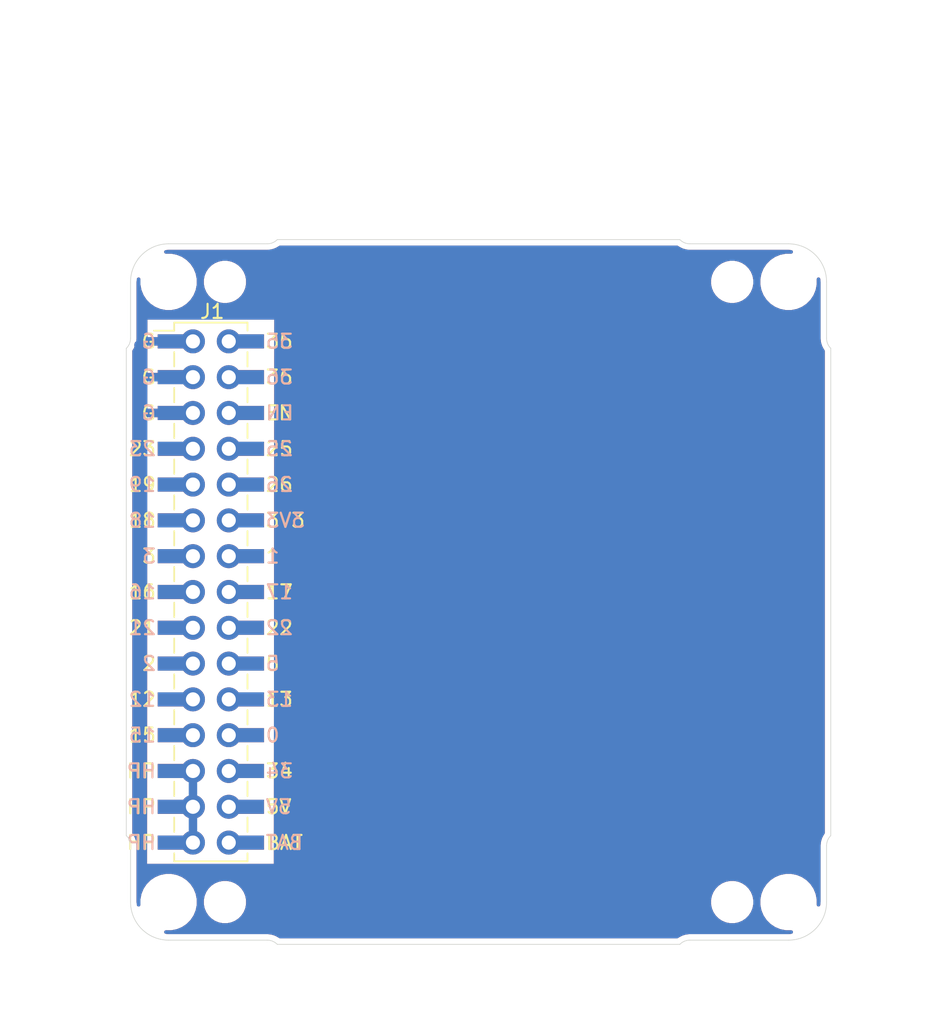
<source format=kicad_pcb>
(kicad_pcb (version 20171130) (host pcbnew "(5.1.12)-1")

  (general
    (thickness 1.6)
    (drawings 37)
    (tracks 19)
    (zones 0)
    (modules 9)
    (nets 27)
  )

  (page A4)
  (title_block
    (title BF-021A)
    (date 2022-02-05)
    (rev V01L01)
    (company "Copyright 2022 BotanicFields, Inc.")
    (comment 1 "Template of M5Stack Module of FDM")
    (comment 2 "FDM: Fused Deposition Modeling")
  )

  (layers
    (0 F.Cu signal)
    (31 B.Cu signal)
    (32 B.Adhes user)
    (33 F.Adhes user)
    (34 B.Paste user)
    (35 F.Paste user)
    (36 B.SilkS user)
    (37 F.SilkS user)
    (38 B.Mask user)
    (39 F.Mask user)
    (40 Dwgs.User user)
    (41 Cmts.User user)
    (42 Eco1.User user)
    (43 Eco2.User user)
    (44 Edge.Cuts user)
    (45 Margin user)
    (46 B.CrtYd user)
    (47 F.CrtYd user)
    (48 B.Fab user)
    (49 F.Fab user)
  )

  (setup
    (last_trace_width 0.25)
    (trace_clearance 0.2)
    (zone_clearance 0.508)
    (zone_45_only no)
    (trace_min 0.2)
    (via_size 0.8)
    (via_drill 0.4)
    (via_min_size 0.4)
    (via_min_drill 0.3)
    (uvia_size 0.3)
    (uvia_drill 0.1)
    (uvias_allowed no)
    (uvia_min_size 0.2)
    (uvia_min_drill 0.1)
    (edge_width 0.05)
    (segment_width 0.2)
    (pcb_text_width 0.3)
    (pcb_text_size 1.5 1.5)
    (mod_edge_width 0.12)
    (mod_text_size 1 1)
    (mod_text_width 0.15)
    (pad_size 1.524 1.524)
    (pad_drill 0.762)
    (pad_to_mask_clearance 0.05)
    (aux_axis_origin 100 100)
    (grid_origin 125 75)
    (visible_elements 7FFFFFFF)
    (pcbplotparams
      (layerselection 0x010fc_ffffffff)
      (usegerberextensions false)
      (usegerberattributes true)
      (usegerberadvancedattributes true)
      (creategerberjobfile true)
      (excludeedgelayer true)
      (linewidth 0.100000)
      (plotframeref false)
      (viasonmask false)
      (mode 1)
      (useauxorigin false)
      (hpglpennumber 1)
      (hpglpenspeed 20)
      (hpglpendiameter 15.000000)
      (psnegative false)
      (psa4output false)
      (plotreference true)
      (plotvalue true)
      (plotinvisibletext false)
      (padsonsilk false)
      (subtractmaskfromsilk false)
      (outputformat 1)
      (mirror false)
      (drillshape 1)
      (scaleselection 1)
      (outputdirectory ""))
  )

  (net 0 "")
  (net 1 +BATT)
  (net 2 VBUS)
  (net 3 +5V)
  (net 4 /GPIO34)
  (net 5 /GPIO0)
  (net 6 /GPIO15)
  (net 7 /GPIO13)
  (net 8 /GPIO12)
  (net 9 /GPIO5)
  (net 10 /GPIO2)
  (net 11 /GPIO22)
  (net 12 /GPIO21)
  (net 13 /GPIO17)
  (net 14 /GPIO16)
  (net 15 /GPIO1)
  (net 16 /GPIO3)
  (net 17 +3V3)
  (net 18 /GPIO18)
  (net 19 /GPIO26)
  (net 20 /GPIO19)
  (net 21 /GPIO25)
  (net 22 /GPIO23)
  (net 23 /EN)
  (net 24 GND)
  (net 25 /GPIO36)
  (net 26 /GPIO35)

  (net_class Default "This is the default net class."
    (clearance 0.2)
    (trace_width 0.25)
    (via_dia 0.8)
    (via_drill 0.4)
    (uvia_dia 0.3)
    (uvia_drill 0.1)
    (add_net /EN)
    (add_net /GPIO0)
    (add_net /GPIO1)
    (add_net /GPIO12)
    (add_net /GPIO13)
    (add_net /GPIO15)
    (add_net /GPIO16)
    (add_net /GPIO17)
    (add_net /GPIO18)
    (add_net /GPIO19)
    (add_net /GPIO2)
    (add_net /GPIO21)
    (add_net /GPIO22)
    (add_net /GPIO23)
    (add_net /GPIO25)
    (add_net /GPIO26)
    (add_net /GPIO3)
    (add_net /GPIO34)
    (add_net /GPIO35)
    (add_net /GPIO36)
    (add_net /GPIO5)
  )

  (net_class Power ""
    (clearance 0.2)
    (trace_width 0.6)
    (via_dia 0.8)
    (via_drill 0.4)
    (uvia_dia 0.3)
    (uvia_drill 0.1)
    (add_net +3V3)
    (add_net +5V)
    (add_net +BATT)
    (add_net GND)
    (add_net VBUS)
  )

  (net_class Power2 ""
    (clearance 0.2)
    (trace_width 1)
    (via_dia 0.8)
    (via_drill 0.4)
    (uvia_dia 0.3)
    (uvia_drill 0.1)
  )

  (module bf:BF@MountingHole_3.2mm_M3 (layer F.Cu) (tedit 5F531B03) (tstamp 60C1EB4B)
    (at 103 53)
    (descr "Mounting Hole 3.2mm, no annular, M3")
    (tags "mounting hole 3.2mm no annular m3")
    (path /5F54EC75)
    (attr virtual)
    (fp_text reference H1 (at 0 -4.2) (layer F.SilkS) hide
      (effects (font (size 1 1) (thickness 0.15)))
    )
    (fp_text value MountingHole (at 0 4.2) (layer F.Fab) hide
      (effects (font (size 1 1) (thickness 0.15)))
    )
    (fp_circle (center 0 0) (end 2 0) (layer F.CrtYd) (width 0.05))
    (fp_text user %R (at 0.3 0) (layer F.Fab)
      (effects (font (size 1 1) (thickness 0.15)))
    )
    (pad "" np_thru_hole circle (at 0 0) (size 3.2 3.2) (drill 3.2) (layers *.Cu *.Mask))
  )

  (module bf:BF@MountingHole_3.2mm_M3 (layer F.Cu) (tedit 5F531B03) (tstamp 60C1EB51)
    (at 147 53)
    (descr "Mounting Hole 3.2mm, no annular, M3")
    (tags "mounting hole 3.2mm no annular m3")
    (path /5F54F74E)
    (attr virtual)
    (fp_text reference H2 (at 0 -4.2) (layer F.SilkS) hide
      (effects (font (size 1 1) (thickness 0.15)))
    )
    (fp_text value MountingHole (at 0 4.2) (layer F.Fab) hide
      (effects (font (size 1 1) (thickness 0.15)))
    )
    (fp_circle (center 0 0) (end 2 0) (layer F.CrtYd) (width 0.05))
    (fp_text user %R (at 0.3 0) (layer F.Fab)
      (effects (font (size 1 1) (thickness 0.15)))
    )
    (pad "" np_thru_hole circle (at 0 0) (size 3.2 3.2) (drill 3.2) (layers *.Cu *.Mask))
  )

  (module bf:BF@MountingHole_3.2mm_M3 (layer F.Cu) (tedit 5F531B03) (tstamp 60C1EB57)
    (at 147 97)
    (descr "Mounting Hole 3.2mm, no annular, M3")
    (tags "mounting hole 3.2mm no annular m3")
    (path /5F54FB16)
    (attr virtual)
    (fp_text reference H3 (at 0 -4.2) (layer F.SilkS) hide
      (effects (font (size 1 1) (thickness 0.15)))
    )
    (fp_text value MountingHole (at 0 4.2) (layer F.Fab) hide
      (effects (font (size 1 1) (thickness 0.15)))
    )
    (fp_circle (center 0 0) (end 2 0) (layer F.CrtYd) (width 0.05))
    (fp_text user %R (at 0.3 0) (layer F.Fab)
      (effects (font (size 1 1) (thickness 0.15)))
    )
    (pad "" np_thru_hole circle (at 0 0) (size 3.2 3.2) (drill 3.2) (layers *.Cu *.Mask))
  )

  (module bf:BF@MountingHole_3.2mm_M3 (layer F.Cu) (tedit 5F531B03) (tstamp 60C1EB5D)
    (at 103 97)
    (descr "Mounting Hole 3.2mm, no annular, M3")
    (tags "mounting hole 3.2mm no annular m3")
    (path /5F54FB20)
    (attr virtual)
    (fp_text reference H4 (at 0 -4.2) (layer F.SilkS) hide
      (effects (font (size 1 1) (thickness 0.15)))
    )
    (fp_text value MountingHole (at 0 4.2) (layer F.Fab) hide
      (effects (font (size 1 1) (thickness 0.15)))
    )
    (fp_circle (center 0 0) (end 2 0) (layer F.CrtYd) (width 0.05))
    (fp_text user %R (at 0.3 0) (layer F.Fab)
      (effects (font (size 1 1) (thickness 0.15)))
    )
    (pad "" np_thru_hole circle (at 0 0) (size 3.2 3.2) (drill 3.2) (layers *.Cu *.Mask))
  )

  (module bf:BF@MountingHole_2.2mm_M2 (layer F.Cu) (tedit 5F53230F) (tstamp 60C1EB63)
    (at 107 53)
    (descr "Mounting Hole 2.2mm, no annular, M2")
    (tags "mounting hole 2.2mm no annular m2")
    (path /5F550331)
    (attr virtual)
    (fp_text reference H5 (at 0 -3.2) (layer F.SilkS) hide
      (effects (font (size 1 1) (thickness 0.15)))
    )
    (fp_text value MountingHole (at 0 3.2) (layer F.Fab) hide
      (effects (font (size 1 1) (thickness 0.15)))
    )
    (fp_circle (center 0 0) (end 1.5 0) (layer F.CrtYd) (width 0.05))
    (fp_text user %R (at 0.3 0) (layer F.Fab)
      (effects (font (size 1 1) (thickness 0.15)))
    )
    (pad "" np_thru_hole circle (at 0 0) (size 2.2 2.2) (drill 2.2) (layers *.Cu *.Mask))
  )

  (module bf:BF@MountingHole_2.2mm_M2 (layer F.Cu) (tedit 5F53230F) (tstamp 60C1EB69)
    (at 143 53)
    (descr "Mounting Hole 2.2mm, no annular, M2")
    (tags "mounting hole 2.2mm no annular m2")
    (path /5F55033B)
    (attr virtual)
    (fp_text reference H6 (at 0 -3.2) (layer F.SilkS) hide
      (effects (font (size 1 1) (thickness 0.15)))
    )
    (fp_text value MountingHole (at 0 3.2) (layer F.Fab) hide
      (effects (font (size 1 1) (thickness 0.15)))
    )
    (fp_circle (center 0 0) (end 1.5 0) (layer F.CrtYd) (width 0.05))
    (fp_text user %R (at 0.3 0) (layer F.Fab)
      (effects (font (size 1 1) (thickness 0.15)))
    )
    (pad "" np_thru_hole circle (at 0 0) (size 2.2 2.2) (drill 2.2) (layers *.Cu *.Mask))
  )

  (module bf:BF@MountingHole_2.2mm_M2 (layer F.Cu) (tedit 5F53230F) (tstamp 60C1EB6F)
    (at 143 97)
    (descr "Mounting Hole 2.2mm, no annular, M2")
    (tags "mounting hole 2.2mm no annular m2")
    (path /5F550345)
    (attr virtual)
    (fp_text reference H7 (at 0 -3.2) (layer F.SilkS) hide
      (effects (font (size 1 1) (thickness 0.15)))
    )
    (fp_text value MountingHole (at 0 3.2) (layer F.Fab) hide
      (effects (font (size 1 1) (thickness 0.15)))
    )
    (fp_circle (center 0 0) (end 1.5 0) (layer F.CrtYd) (width 0.05))
    (fp_text user %R (at 0.3 0) (layer F.Fab)
      (effects (font (size 1 1) (thickness 0.15)))
    )
    (pad "" np_thru_hole circle (at 0 0) (size 2.2 2.2) (drill 2.2) (layers *.Cu *.Mask))
  )

  (module bf:BF@MountingHole_2.2mm_M2 (layer F.Cu) (tedit 5F53230F) (tstamp 60C1EB75)
    (at 107 97)
    (descr "Mounting Hole 2.2mm, no annular, M2")
    (tags "mounting hole 2.2mm no annular m2")
    (path /5F55034F)
    (attr virtual)
    (fp_text reference H8 (at 0 -3.2) (layer F.SilkS) hide
      (effects (font (size 1 1) (thickness 0.15)))
    )
    (fp_text value MountingHole (at 0 3.2) (layer F.Fab) hide
      (effects (font (size 1 1) (thickness 0.15)))
    )
    (fp_circle (center 0 0) (end 1.5 0) (layer F.CrtYd) (width 0.05))
    (fp_text user %R (at 0.3 0) (layer F.Fab)
      (effects (font (size 1 1) (thickness 0.15)))
    )
    (pad "" np_thru_hole circle (at 0 0) (size 2.2 2.2) (drill 2.2) (layers *.Cu *.Mask))
  )

  (module bf:BF@M5Stack_MBUS (layer F.Cu) (tedit 613DEBC2) (tstamp 60C1EB7B)
    (at 106 75)
    (descr "surface-mounted straight pin header, 2x15, 2.54mm pitch, double rows")
    (tags "Surface mounted pin header SMD 2x15 2.54mm double row")
    (path /5CD75190)
    (attr smd)
    (fp_text reference J1 (at 0.1 -19.9) (layer F.SilkS)
      (effects (font (size 1 1) (thickness 0.15)))
    )
    (fp_text value M-BUS (at 0 20.11) (layer F.Fab)
      (effects (font (size 0.8 0.8) (thickness 0.2)))
    )
    (fp_line (start 3.6 -5.4) (end 3.6 -4.76) (layer B.Fab) (width 0.1))
    (fp_line (start 3.6 18.1) (end 2.54 18.1) (layer B.Fab) (width 0.1))
    (fp_line (start 2.54 17.46) (end 3.6 17.46) (layer B.Fab) (width 0.1))
    (fp_line (start 2.54 4.76) (end 3.6 4.76) (layer B.Fab) (width 0.1))
    (fp_line (start -3.6 10.48) (end -2.54 10.48) (layer B.Fab) (width 0.1))
    (fp_line (start 3.6 2.22) (end 3.6 2.86) (layer B.Fab) (width 0.1))
    (fp_line (start -2.54 7.3) (end -3.6 7.3) (layer B.Fab) (width 0.1))
    (fp_line (start -3.6 7.3) (end -3.6 7.94) (layer B.Fab) (width 0.1))
    (fp_line (start 3.6 5.4) (end 2.54 5.4) (layer B.Fab) (width 0.1))
    (fp_line (start -3.6 4.76) (end -3.6 5.4) (layer B.Fab) (width 0.1))
    (fp_line (start 3.6 -2.22) (end 2.54 -2.22) (layer B.Fab) (width 0.1))
    (fp_line (start 3.6 15.56) (end 2.54 15.56) (layer B.Fab) (width 0.1))
    (fp_line (start 3.6 4.76) (end 3.6 5.4) (layer B.Fab) (width 0.1))
    (fp_line (start -3.6 18.1) (end -2.54 18.1) (layer B.Fab) (width 0.1))
    (fp_line (start 3.6 -4.76) (end 2.54 -4.76) (layer B.Fab) (width 0.1))
    (fp_line (start -2.54 17.46) (end -3.6 17.46) (layer B.Fab) (width 0.1))
    (fp_line (start -3.6 15.56) (end -2.54 15.56) (layer B.Fab) (width 0.1))
    (fp_line (start -3.6 14.92) (end -3.6 15.56) (layer B.Fab) (width 0.1))
    (fp_line (start -2.54 14.92) (end -3.6 14.92) (layer B.Fab) (width 0.1))
    (fp_line (start -2.54 -0.32) (end -3.6 -0.32) (layer B.Fab) (width 0.1))
    (fp_line (start -2.54 12.38) (end -3.6 12.38) (layer B.Fab) (width 0.1))
    (fp_line (start 3.6 10.48) (end 2.54 10.48) (layer B.Fab) (width 0.1))
    (fp_line (start -3.6 7.94) (end -2.54 7.94) (layer B.Fab) (width 0.1))
    (fp_line (start 2.54 2.22) (end 3.6 2.22) (layer B.Fab) (width 0.1))
    (fp_line (start 2.54 -0.32) (end 3.6 -0.32) (layer B.Fab) (width 0.1))
    (fp_line (start 2.54 -2.86) (end 3.6 -2.86) (layer B.Fab) (width 0.1))
    (fp_line (start -3.6 -2.22) (end -2.54 -2.22) (layer B.Fab) (width 0.1))
    (fp_line (start -3.6 0.32) (end -2.54 0.32) (layer B.Fab) (width 0.1))
    (fp_line (start 2.54 -5.4) (end 3.6 -5.4) (layer B.Fab) (width 0.1))
    (fp_line (start -3.6 5.4) (end -2.54 5.4) (layer B.Fab) (width 0.1))
    (fp_line (start 2.54 9.84) (end 3.6 9.84) (layer B.Fab) (width 0.1))
    (fp_line (start -3.6 -2.86) (end -3.6 -2.22) (layer B.Fab) (width 0.1))
    (fp_line (start 3.6 2.86) (end 2.54 2.86) (layer B.Fab) (width 0.1))
    (fp_line (start -3.6 -0.32) (end -3.6 0.32) (layer B.Fab) (width 0.1))
    (fp_line (start 3.6 13.02) (end 2.54 13.02) (layer B.Fab) (width 0.1))
    (fp_line (start 3.6 -2.86) (end 3.6 -2.22) (layer B.Fab) (width 0.1))
    (fp_line (start -2.54 9.84) (end -3.6 9.84) (layer B.Fab) (width 0.1))
    (fp_line (start -3.6 2.22) (end -3.6 2.86) (layer B.Fab) (width 0.1))
    (fp_line (start -3.6 2.86) (end -2.54 2.86) (layer B.Fab) (width 0.1))
    (fp_line (start 3.6 12.38) (end 3.6 13.02) (layer B.Fab) (width 0.1))
    (fp_line (start -3.6 12.38) (end -3.6 13.02) (layer B.Fab) (width 0.1))
    (fp_line (start 3.6 9.84) (end 3.6 10.48) (layer B.Fab) (width 0.1))
    (fp_line (start 3.6 7.94) (end 2.54 7.94) (layer B.Fab) (width 0.1))
    (fp_line (start 2.54 7.3) (end 3.6 7.3) (layer B.Fab) (width 0.1))
    (fp_line (start 3.6 7.3) (end 3.6 7.94) (layer B.Fab) (width 0.1))
    (fp_line (start 3.6 -0.32) (end 3.6 0.32) (layer B.Fab) (width 0.1))
    (fp_line (start -2.54 4.76) (end -3.6 4.76) (layer B.Fab) (width 0.1))
    (fp_line (start 2.54 14.92) (end 3.6 14.92) (layer B.Fab) (width 0.1))
    (fp_line (start -3.6 -4.76) (end -2.54 -4.76) (layer B.Fab) (width 0.1))
    (fp_line (start 2.54 12.38) (end 3.6 12.38) (layer B.Fab) (width 0.1))
    (fp_line (start -2.54 -2.86) (end -3.6 -2.86) (layer B.Fab) (width 0.1))
    (fp_line (start -3.6 17.46) (end -3.6 18.1) (layer B.Fab) (width 0.1))
    (fp_line (start 3.6 17.46) (end 3.6 18.1) (layer B.Fab) (width 0.1))
    (fp_line (start -3.6 9.84) (end -3.6 10.48) (layer B.Fab) (width 0.1))
    (fp_line (start -2.54 2.22) (end -3.6 2.22) (layer B.Fab) (width 0.1))
    (fp_line (start -3.6 13.02) (end -2.54 13.02) (layer B.Fab) (width 0.1))
    (fp_line (start 3.6 14.92) (end 3.6 15.56) (layer B.Fab) (width 0.1))
    (fp_line (start 3.6 0.32) (end 2.54 0.32) (layer B.Fab) (width 0.1))
    (fp_line (start 2.54 -10.48) (end 3.6 -10.48) (layer B.Fab) (width 0.1))
    (fp_line (start 2.54 -15.56) (end 3.6 -15.56) (layer B.Fab) (width 0.1))
    (fp_line (start -2.54 -15.56) (end -3.6 -15.56) (layer B.Fab) (width 0.1))
    (fp_line (start -3.6 -17.46) (end -2.54 -17.46) (layer B.Fab) (width 0.1))
    (fp_line (start 2.54 -18.1) (end 2.54 19.05) (layer B.Fab) (width 0.1))
    (fp_line (start -2.54 -18.1) (end -3.6 -18.1) (layer B.Fab) (width 0.1))
    (fp_line (start 3.6 -12.38) (end 2.54 -12.38) (layer B.Fab) (width 0.1))
    (fp_line (start 3.6 -15.56) (end 3.6 -14.92) (layer B.Fab) (width 0.1))
    (fp_line (start -3.6 -5.4) (end -3.6 -4.76) (layer B.Fab) (width 0.1))
    (fp_line (start 3.6 -13.02) (end 3.6 -12.38) (layer B.Fab) (width 0.1))
    (fp_line (start -3.6 -9.84) (end -2.54 -9.84) (layer B.Fab) (width 0.1))
    (fp_line (start -2.54 -5.4) (end -3.6 -5.4) (layer B.Fab) (width 0.1))
    (fp_line (start -3.6 -7.3) (end -2.54 -7.3) (layer B.Fab) (width 0.1))
    (fp_line (start -2.54 -7.94) (end -3.6 -7.94) (layer B.Fab) (width 0.1))
    (fp_line (start -2.54 -19.05) (end 1.524 -19.05) (layer B.Fab) (width 0.1))
    (fp_line (start 3.6 -7.3) (end 2.54 -7.3) (layer B.Fab) (width 0.1))
    (fp_line (start 3.6 -7.94) (end 3.6 -7.3) (layer B.Fab) (width 0.1))
    (fp_line (start -3.6 -12.38) (end -2.54 -12.38) (layer B.Fab) (width 0.1))
    (fp_line (start 2.54 19.05) (end -2.54 19.05) (layer B.Fab) (width 0.1))
    (fp_line (start 3.6 -10.48) (end 3.6 -9.84) (layer B.Fab) (width 0.1))
    (fp_line (start -3.6 -14.92) (end -2.54 -14.92) (layer B.Fab) (width 0.1))
    (fp_line (start 3.6 -9.84) (end 2.54 -9.84) (layer B.Fab) (width 0.1))
    (fp_line (start -2.54 19.05) (end -2.54 -19.05) (layer B.Fab) (width 0.1))
    (fp_line (start -3.6 -18.1) (end -3.6 -17.46) (layer B.Fab) (width 0.1))
    (fp_line (start 2.54 -18.1) (end 1.524 -19.05) (layer B.Fab) (width 0.1))
    (fp_line (start 2.54 -13.02) (end 3.6 -13.02) (layer B.Fab) (width 0.1))
    (fp_line (start -3.6 -13.02) (end -3.6 -12.38) (layer B.Fab) (width 0.1))
    (fp_line (start 2.54 -18.1) (end 3.6 -18.1) (layer B.Fab) (width 0.1))
    (fp_line (start -2.54 -10.48) (end -3.6 -10.48) (layer B.Fab) (width 0.1))
    (fp_line (start -2.54 -13.02) (end -3.6 -13.02) (layer B.Fab) (width 0.1))
    (fp_line (start 3.6 -17.46) (end 2.54 -17.46) (layer B.Fab) (width 0.1))
    (fp_line (start -3.6 -10.48) (end -3.6 -9.84) (layer B.Fab) (width 0.1))
    (fp_line (start -3.6 -15.56) (end -3.6 -14.92) (layer B.Fab) (width 0.1))
    (fp_line (start 3.6 -18.1) (end 3.6 -17.46) (layer B.Fab) (width 0.1))
    (fp_line (start 2.54 -7.94) (end 3.6 -7.94) (layer B.Fab) (width 0.1))
    (fp_line (start 3.6 -14.92) (end 2.54 -14.92) (layer B.Fab) (width 0.1))
    (fp_line (start -3.6 -7.94) (end -3.6 -7.3) (layer B.Fab) (width 0.1))
    (fp_line (start -4.5 -19.6) (end 4.5 -19.6) (layer B.CrtYd) (width 0.05))
    (fp_line (start 4.5 19.6) (end -4.5 19.6) (layer B.CrtYd) (width 0.05))
    (fp_line (start -4.5 19.6) (end -4.5 -19.6) (layer B.CrtYd) (width 0.05))
    (fp_line (start 4.5 -19.6) (end 4.5 19.6) (layer B.CrtYd) (width 0.05))
    (fp_line (start 4.5 -19.6) (end -4.5 -19.6) (layer F.CrtYd) (width 0.05))
    (fp_line (start 4.5 19.6) (end 4.5 -19.6) (layer F.CrtYd) (width 0.05))
    (fp_line (start -4.5 19.6) (end 4.5 19.6) (layer F.CrtYd) (width 0.05))
    (fp_line (start -4.5 -19.6) (end -4.5 19.6) (layer F.CrtYd) (width 0.05))
    (fp_line (start 2.6 16) (end 2.6 17.02) (layer F.SilkS) (width 0.12))
    (fp_line (start -2.6 16) (end -2.6 17.02) (layer F.SilkS) (width 0.12))
    (fp_line (start 2.6 13.46) (end 2.6 14.48) (layer F.SilkS) (width 0.12))
    (fp_line (start -2.6 13.46) (end -2.6 14.48) (layer F.SilkS) (width 0.12))
    (fp_line (start 2.6 10.92) (end 2.6 11.94) (layer F.SilkS) (width 0.12))
    (fp_line (start -2.6 10.92) (end -2.6 11.94) (layer F.SilkS) (width 0.12))
    (fp_line (start 2.6 8.38) (end 2.6 9.4) (layer F.SilkS) (width 0.12))
    (fp_line (start -2.6 8.38) (end -2.6 9.4) (layer F.SilkS) (width 0.12))
    (fp_line (start 2.6 5.84) (end 2.6 6.86) (layer F.SilkS) (width 0.12))
    (fp_line (start -2.6 5.84) (end -2.6 6.86) (layer F.SilkS) (width 0.12))
    (fp_line (start 2.6 3.3) (end 2.6 4.32) (layer F.SilkS) (width 0.12))
    (fp_line (start -2.6 3.3) (end -2.6 4.32) (layer F.SilkS) (width 0.12))
    (fp_line (start 2.6 0.76) (end 2.6 1.78) (layer F.SilkS) (width 0.12))
    (fp_line (start -2.6 0.76) (end -2.6 1.78) (layer F.SilkS) (width 0.12))
    (fp_line (start 2.6 -1.78) (end 2.6 -0.76) (layer F.SilkS) (width 0.12))
    (fp_line (start -2.6 -1.78) (end -2.6 -0.76) (layer F.SilkS) (width 0.12))
    (fp_line (start 2.6 -4.32) (end 2.6 -3.3) (layer F.SilkS) (width 0.12))
    (fp_line (start -2.6 -4.32) (end -2.6 -3.3) (layer F.SilkS) (width 0.12))
    (fp_line (start 2.6 -6.86) (end 2.6 -5.84) (layer F.SilkS) (width 0.12))
    (fp_line (start -2.6 -6.86) (end -2.6 -5.84) (layer F.SilkS) (width 0.12))
    (fp_line (start 2.6 -9.4) (end 2.6 -8.38) (layer F.SilkS) (width 0.12))
    (fp_line (start -2.6 -9.4) (end -2.6 -8.38) (layer F.SilkS) (width 0.12))
    (fp_line (start 2.6 -11.94) (end 2.6 -10.92) (layer F.SilkS) (width 0.12))
    (fp_line (start -2.6 -11.94) (end -2.6 -10.92) (layer F.SilkS) (width 0.12))
    (fp_line (start 2.6 -14.48) (end 2.6 -13.46) (layer F.SilkS) (width 0.12))
    (fp_line (start -2.6 -14.48) (end -2.6 -13.46) (layer F.SilkS) (width 0.12))
    (fp_line (start 2.6 -17.02) (end 2.6 -16) (layer F.SilkS) (width 0.12))
    (fp_line (start -2.6 -17.02) (end -2.6 -16) (layer F.SilkS) (width 0.12))
    (fp_line (start 2.6 18.54) (end 2.6 19.11) (layer F.SilkS) (width 0.12))
    (fp_line (start -2.6 18.54) (end -2.6 19.11) (layer F.SilkS) (width 0.12))
    (fp_line (start 2.6 -19.11) (end 2.6 -18.54) (layer F.SilkS) (width 0.12))
    (fp_line (start -2.6 -19.11) (end -2.6 -18.54) (layer F.SilkS) (width 0.12))
    (fp_line (start -4.04 -18.54) (end -2.6 -18.54) (layer F.SilkS) (width 0.12))
    (fp_line (start -2.6 19.11) (end 2.6 19.11) (layer F.SilkS) (width 0.12))
    (fp_line (start -2.6 -19.11) (end 2.6 -19.11) (layer F.SilkS) (width 0.12))
    (fp_line (start 3.6 18.1) (end 2.54 18.1) (layer F.Fab) (width 0.1))
    (fp_line (start 3.6 17.46) (end 3.6 18.1) (layer F.Fab) (width 0.1))
    (fp_line (start 2.54 17.46) (end 3.6 17.46) (layer F.Fab) (width 0.1))
    (fp_line (start -3.6 18.1) (end -2.54 18.1) (layer F.Fab) (width 0.1))
    (fp_line (start -3.6 17.46) (end -3.6 18.1) (layer F.Fab) (width 0.1))
    (fp_line (start -2.54 17.46) (end -3.6 17.46) (layer F.Fab) (width 0.1))
    (fp_line (start 3.6 15.56) (end 2.54 15.56) (layer F.Fab) (width 0.1))
    (fp_line (start 3.6 14.92) (end 3.6 15.56) (layer F.Fab) (width 0.1))
    (fp_line (start 2.54 14.92) (end 3.6 14.92) (layer F.Fab) (width 0.1))
    (fp_line (start -3.6 15.56) (end -2.54 15.56) (layer F.Fab) (width 0.1))
    (fp_line (start -3.6 14.92) (end -3.6 15.56) (layer F.Fab) (width 0.1))
    (fp_line (start -2.54 14.92) (end -3.6 14.92) (layer F.Fab) (width 0.1))
    (fp_line (start 3.6 13.02) (end 2.54 13.02) (layer F.Fab) (width 0.1))
    (fp_line (start 3.6 12.38) (end 3.6 13.02) (layer F.Fab) (width 0.1))
    (fp_line (start 2.54 12.38) (end 3.6 12.38) (layer F.Fab) (width 0.1))
    (fp_line (start -3.6 13.02) (end -2.54 13.02) (layer F.Fab) (width 0.1))
    (fp_line (start -3.6 12.38) (end -3.6 13.02) (layer F.Fab) (width 0.1))
    (fp_line (start -2.54 12.38) (end -3.6 12.38) (layer F.Fab) (width 0.1))
    (fp_line (start 3.6 10.48) (end 2.54 10.48) (layer F.Fab) (width 0.1))
    (fp_line (start 3.6 9.84) (end 3.6 10.48) (layer F.Fab) (width 0.1))
    (fp_line (start 2.54 9.84) (end 3.6 9.84) (layer F.Fab) (width 0.1))
    (fp_line (start -3.6 10.48) (end -2.54 10.48) (layer F.Fab) (width 0.1))
    (fp_line (start -3.6 9.84) (end -3.6 10.48) (layer F.Fab) (width 0.1))
    (fp_line (start -2.54 9.84) (end -3.6 9.84) (layer F.Fab) (width 0.1))
    (fp_line (start 3.6 7.94) (end 2.54 7.94) (layer F.Fab) (width 0.1))
    (fp_line (start 3.6 7.3) (end 3.6 7.94) (layer F.Fab) (width 0.1))
    (fp_line (start 2.54 7.3) (end 3.6 7.3) (layer F.Fab) (width 0.1))
    (fp_line (start -3.6 7.94) (end -2.54 7.94) (layer F.Fab) (width 0.1))
    (fp_line (start -3.6 7.3) (end -3.6 7.94) (layer F.Fab) (width 0.1))
    (fp_line (start -2.54 7.3) (end -3.6 7.3) (layer F.Fab) (width 0.1))
    (fp_line (start 3.6 5.4) (end 2.54 5.4) (layer F.Fab) (width 0.1))
    (fp_line (start 3.6 4.76) (end 3.6 5.4) (layer F.Fab) (width 0.1))
    (fp_line (start 2.54 4.76) (end 3.6 4.76) (layer F.Fab) (width 0.1))
    (fp_line (start -3.6 5.4) (end -2.54 5.4) (layer F.Fab) (width 0.1))
    (fp_line (start -3.6 4.76) (end -3.6 5.4) (layer F.Fab) (width 0.1))
    (fp_line (start -2.54 4.76) (end -3.6 4.76) (layer F.Fab) (width 0.1))
    (fp_line (start 3.6 2.86) (end 2.54 2.86) (layer F.Fab) (width 0.1))
    (fp_line (start 3.6 2.22) (end 3.6 2.86) (layer F.Fab) (width 0.1))
    (fp_line (start 2.54 2.22) (end 3.6 2.22) (layer F.Fab) (width 0.1))
    (fp_line (start -3.6 2.86) (end -2.54 2.86) (layer F.Fab) (width 0.1))
    (fp_line (start -3.6 2.22) (end -3.6 2.86) (layer F.Fab) (width 0.1))
    (fp_line (start -2.54 2.22) (end -3.6 2.22) (layer F.Fab) (width 0.1))
    (fp_line (start 3.6 0.32) (end 2.54 0.32) (layer F.Fab) (width 0.1))
    (fp_line (start 3.6 -0.32) (end 3.6 0.32) (layer F.Fab) (width 0.1))
    (fp_line (start 2.54 -0.32) (end 3.6 -0.32) (layer F.Fab) (width 0.1))
    (fp_line (start -3.6 0.32) (end -2.54 0.32) (layer F.Fab) (width 0.1))
    (fp_line (start -3.6 -0.32) (end -3.6 0.32) (layer F.Fab) (width 0.1))
    (fp_line (start -2.54 -0.32) (end -3.6 -0.32) (layer F.Fab) (width 0.1))
    (fp_line (start 3.6 -2.22) (end 2.54 -2.22) (layer F.Fab) (width 0.1))
    (fp_line (start 3.6 -2.86) (end 3.6 -2.22) (layer F.Fab) (width 0.1))
    (fp_line (start 2.54 -2.86) (end 3.6 -2.86) (layer F.Fab) (width 0.1))
    (fp_line (start -3.6 -2.22) (end -2.54 -2.22) (layer F.Fab) (width 0.1))
    (fp_line (start -3.6 -2.86) (end -3.6 -2.22) (layer F.Fab) (width 0.1))
    (fp_line (start -2.54 -2.86) (end -3.6 -2.86) (layer F.Fab) (width 0.1))
    (fp_line (start 3.6 -4.76) (end 2.54 -4.76) (layer F.Fab) (width 0.1))
    (fp_line (start 3.6 -5.4) (end 3.6 -4.76) (layer F.Fab) (width 0.1))
    (fp_line (start 2.54 -5.4) (end 3.6 -5.4) (layer F.Fab) (width 0.1))
    (fp_line (start -3.6 -4.76) (end -2.54 -4.76) (layer F.Fab) (width 0.1))
    (fp_line (start -3.6 -5.4) (end -3.6 -4.76) (layer F.Fab) (width 0.1))
    (fp_line (start -2.54 -5.4) (end -3.6 -5.4) (layer F.Fab) (width 0.1))
    (fp_line (start 3.6 -7.3) (end 2.54 -7.3) (layer F.Fab) (width 0.1))
    (fp_line (start 3.6 -7.94) (end 3.6 -7.3) (layer F.Fab) (width 0.1))
    (fp_line (start 2.54 -7.94) (end 3.6 -7.94) (layer F.Fab) (width 0.1))
    (fp_line (start -3.6 -7.3) (end -2.54 -7.3) (layer F.Fab) (width 0.1))
    (fp_line (start -3.6 -7.94) (end -3.6 -7.3) (layer F.Fab) (width 0.1))
    (fp_line (start -2.54 -7.94) (end -3.6 -7.94) (layer F.Fab) (width 0.1))
    (fp_line (start 3.6 -9.84) (end 2.54 -9.84) (layer F.Fab) (width 0.1))
    (fp_line (start 3.6 -10.48) (end 3.6 -9.84) (layer F.Fab) (width 0.1))
    (fp_line (start 2.54 -10.48) (end 3.6 -10.48) (layer F.Fab) (width 0.1))
    (fp_line (start -3.6 -9.84) (end -2.54 -9.84) (layer F.Fab) (width 0.1))
    (fp_line (start -3.6 -10.48) (end -3.6 -9.84) (layer F.Fab) (width 0.1))
    (fp_line (start -2.54 -10.48) (end -3.6 -10.48) (layer F.Fab) (width 0.1))
    (fp_line (start 3.6 -12.38) (end 2.54 -12.38) (layer F.Fab) (width 0.1))
    (fp_line (start 3.6 -13.02) (end 3.6 -12.38) (layer F.Fab) (width 0.1))
    (fp_line (start 2.54 -13.02) (end 3.6 -13.02) (layer F.Fab) (width 0.1))
    (fp_line (start -3.6 -12.38) (end -2.54 -12.38) (layer F.Fab) (width 0.1))
    (fp_line (start -3.6 -13.02) (end -3.6 -12.38) (layer F.Fab) (width 0.1))
    (fp_line (start -2.54 -13.02) (end -3.6 -13.02) (layer F.Fab) (width 0.1))
    (fp_line (start 3.6 -14.92) (end 2.54 -14.92) (layer F.Fab) (width 0.1))
    (fp_line (start 3.6 -15.56) (end 3.6 -14.92) (layer F.Fab) (width 0.1))
    (fp_line (start 2.54 -15.56) (end 3.6 -15.56) (layer F.Fab) (width 0.1))
    (fp_line (start -3.6 -14.92) (end -2.54 -14.92) (layer F.Fab) (width 0.1))
    (fp_line (start -3.6 -15.56) (end -3.6 -14.92) (layer F.Fab) (width 0.1))
    (fp_line (start -2.54 -15.56) (end -3.6 -15.56) (layer F.Fab) (width 0.1))
    (fp_line (start 3.6 -17.46) (end 2.54 -17.46) (layer F.Fab) (width 0.1))
    (fp_line (start 3.6 -18.1) (end 3.6 -17.46) (layer F.Fab) (width 0.1))
    (fp_line (start 2.54 -18.1) (end 3.6 -18.1) (layer F.Fab) (width 0.1))
    (fp_line (start -2.54 -18.1) (end -3.6 -18.1) (layer F.Fab) (width 0.1))
    (fp_line (start 2.54 -18.1) (end 2.54 19.05) (layer F.Fab) (width 0.1))
    (fp_line (start 2.54 -18.1) (end 1.524 -19.05) (layer F.Fab) (width 0.1))
    (fp_line (start -2.54 19.05) (end -2.54 -19.05) (layer F.Fab) (width 0.1))
    (fp_line (start -2.54 -19.05) (end 1.524 -19.05) (layer F.Fab) (width 0.1))
    (fp_line (start 2.54 19.05) (end -2.54 19.05) (layer F.Fab) (width 0.1))
    (fp_line (start -3.6 -17.46) (end -2.54 -17.46) (layer F.Fab) (width 0.1))
    (fp_line (start -3.6 -18.1) (end -3.6 -17.46) (layer F.Fab) (width 0.1))
    (fp_poly (pts (xy -1.9685 -17.3355) (xy -3.683 -17.3355) (xy -3.683 -18.2245) (xy -1.9685 -18.2245)) (layer F.Paste) (width 0.1))
    (fp_poly (pts (xy 3.683 -17.3355) (xy 1.9685 -17.3355) (xy 1.9685 -18.2245) (xy 3.683 -18.2245)) (layer F.Paste) (width 0.1))
    (fp_poly (pts (xy -1.9685 -14.7955) (xy -3.683 -14.7955) (xy -3.683 -15.6845) (xy -1.9685 -15.6845)) (layer F.Paste) (width 0.1))
    (fp_poly (pts (xy 3.683 -14.7955) (xy 1.9685 -14.7955) (xy 1.9685 -15.6845) (xy 3.683 -15.6845)) (layer F.Paste) (width 0.1))
    (fp_poly (pts (xy -1.9685 -12.2555) (xy -3.683 -12.2555) (xy -3.683 -13.1445) (xy -1.9685 -13.1445)) (layer F.Paste) (width 0.1))
    (fp_poly (pts (xy 3.683 -12.2555) (xy 1.9685 -12.2555) (xy 1.9685 -13.1445) (xy 3.683 -13.1445)) (layer F.Paste) (width 0.1))
    (fp_poly (pts (xy 3.683 -9.7155) (xy 1.9685 -9.7155) (xy 1.9685 -10.6045) (xy 3.683 -10.6045)) (layer F.Paste) (width 0.1))
    (fp_poly (pts (xy -1.9685 -9.7155) (xy -3.683 -9.7155) (xy -3.683 -10.6045) (xy -1.9685 -10.6045)) (layer F.Paste) (width 0.1))
    (fp_poly (pts (xy 3.683 -7.1755) (xy 1.9685 -7.1755) (xy 1.9685 -8.0645) (xy 3.683 -8.0645)) (layer F.Paste) (width 0.1))
    (fp_poly (pts (xy -1.9685 -7.1755) (xy -3.683 -7.1755) (xy -3.683 -8.0645) (xy -1.9685 -8.0645)) (layer F.Paste) (width 0.1))
    (fp_poly (pts (xy -1.9685 -4.6355) (xy -3.683 -4.6355) (xy -3.683 -5.5245) (xy -1.9685 -5.5245)) (layer F.Paste) (width 0.1))
    (fp_poly (pts (xy 3.683 -4.6355) (xy 1.9685 -4.6355) (xy 1.9685 -5.5245) (xy 3.683 -5.5245)) (layer F.Paste) (width 0.1))
    (fp_poly (pts (xy -1.9685 -2.0955) (xy -3.683 -2.0955) (xy -3.683 -2.9845) (xy -1.9685 -2.9845)) (layer F.Paste) (width 0.1))
    (fp_poly (pts (xy 3.683 -2.0955) (xy 1.9685 -2.0955) (xy 1.9685 -2.9845) (xy 3.683 -2.9845)) (layer F.Paste) (width 0.1))
    (fp_poly (pts (xy 3.683 0.4445) (xy 1.9685 0.4445) (xy 1.9685 -0.4445) (xy 3.683 -0.4445)) (layer F.Paste) (width 0.1))
    (fp_poly (pts (xy -1.9685 0.4445) (xy -3.683 0.4445) (xy -3.683 -0.4445) (xy -1.9685 -0.4445)) (layer F.Paste) (width 0.1))
    (fp_poly (pts (xy 3.683 2.9845) (xy 1.9685 2.9845) (xy 1.9685 2.0955) (xy 3.683 2.0955)) (layer F.Paste) (width 0.1))
    (fp_poly (pts (xy -1.9685 2.9845) (xy -3.683 2.9845) (xy -3.683 2.0955) (xy -1.9685 2.0955)) (layer F.Paste) (width 0.1))
    (fp_poly (pts (xy -1.9685 5.5245) (xy -3.683 5.5245) (xy -3.683 4.6355) (xy -1.9685 4.6355)) (layer F.Paste) (width 0.1))
    (fp_poly (pts (xy 3.683 5.5245) (xy 1.9685 5.5245) (xy 1.9685 4.6355) (xy 3.683 4.6355)) (layer F.Paste) (width 0.1))
    (fp_poly (pts (xy -1.9685 8.0645) (xy -3.683 8.0645) (xy -3.683 7.1755) (xy -1.9685 7.1755)) (layer F.Paste) (width 0.1))
    (fp_poly (pts (xy 3.683 8.0645) (xy 1.9685 8.0645) (xy 1.9685 7.1755) (xy 3.683 7.1755)) (layer F.Paste) (width 0.1))
    (fp_poly (pts (xy 3.683 10.6045) (xy 1.9685 10.6045) (xy 1.9685 9.7155) (xy 3.683 9.7155)) (layer F.Paste) (width 0.1))
    (fp_poly (pts (xy -1.9685 10.6045) (xy -3.683 10.6045) (xy -3.683 9.7155) (xy -1.9685 9.7155)) (layer F.Paste) (width 0.1))
    (fp_poly (pts (xy -1.9685 13.1445) (xy -3.683 13.1445) (xy -3.683 12.2555) (xy -1.9685 12.2555)) (layer F.Paste) (width 0.1))
    (fp_poly (pts (xy 3.683 13.1445) (xy 1.9685 13.1445) (xy 1.9685 12.2555) (xy 3.683 12.2555)) (layer F.Paste) (width 0.1))
    (fp_poly (pts (xy -1.9685 15.6845) (xy -3.683 15.6845) (xy -3.683 14.7955) (xy -1.9685 14.7955)) (layer F.Paste) (width 0.1))
    (fp_poly (pts (xy 3.683 15.6845) (xy 1.9685 15.6845) (xy 1.9685 14.7955) (xy 3.683 14.7955)) (layer F.Paste) (width 0.1))
    (fp_poly (pts (xy -1.9685 18.2245) (xy -3.683 18.2245) (xy -3.683 17.3355) (xy -1.9685 17.3355)) (layer F.Paste) (width 0.1))
    (fp_poly (pts (xy 3.683 18.2245) (xy 1.9685 18.2245) (xy 1.9685 17.3355) (xy 3.683 17.3355)) (layer F.Paste) (width 0.1))
    (fp_poly (pts (xy -1.9685 -18.2245) (xy -3.683 -18.2245) (xy -3.683 -17.3355) (xy -1.9685 -17.3355)) (layer B.Paste) (width 0.1))
    (fp_poly (pts (xy 3.683 -18.2245) (xy 1.9685 -18.2245) (xy 1.9685 -17.3355) (xy 3.683 -17.3355)) (layer B.Paste) (width 0.1))
    (fp_poly (pts (xy -1.9685 -15.6845) (xy -3.683 -15.6845) (xy -3.683 -14.7955) (xy -1.9685 -14.7955)) (layer B.Paste) (width 0.1))
    (fp_poly (pts (xy 3.683 -15.6845) (xy 1.9685 -15.6845) (xy 1.9685 -14.7955) (xy 3.683 -14.7955)) (layer B.Paste) (width 0.1))
    (fp_poly (pts (xy 3.683 -13.1445) (xy 1.9685 -13.1445) (xy 1.9685 -12.2555) (xy 3.683 -12.2555)) (layer B.Paste) (width 0.1))
    (fp_poly (pts (xy -1.9685 -13.1445) (xy -3.683 -13.1445) (xy -3.683 -12.2555) (xy -1.9685 -12.2555)) (layer B.Paste) (width 0.1))
    (fp_poly (pts (xy 3.683 -10.6045) (xy 1.9685 -10.6045) (xy 1.9685 -9.7155) (xy 3.683 -9.7155)) (layer B.Paste) (width 0.1))
    (fp_poly (pts (xy -1.9685 -10.6045) (xy -3.683 -10.6045) (xy -3.683 -9.7155) (xy -1.9685 -9.7155)) (layer B.Paste) (width 0.1))
    (fp_poly (pts (xy -1.9685 -8.0645) (xy -3.683 -8.0645) (xy -3.683 -7.1755) (xy -1.9685 -7.1755)) (layer B.Paste) (width 0.1))
    (fp_poly (pts (xy 3.683 -8.0645) (xy 1.9685 -8.0645) (xy 1.9685 -7.1755) (xy 3.683 -7.1755)) (layer B.Paste) (width 0.1))
    (fp_poly (pts (xy 3.683 -5.5245) (xy 1.9685 -5.5245) (xy 1.9685 -4.6355) (xy 3.683 -4.6355)) (layer B.Paste) (width 0.1))
    (fp_poly (pts (xy -1.9685 -5.5245) (xy -3.683 -5.5245) (xy -3.683 -4.6355) (xy -1.9685 -4.6355)) (layer B.Paste) (width 0.1))
    (fp_poly (pts (xy -1.9685 -2.9845) (xy -3.683 -2.9845) (xy -3.683 -2.0955) (xy -1.9685 -2.0955)) (layer B.Paste) (width 0.1))
    (fp_poly (pts (xy 3.683 -2.9845) (xy 1.9685 -2.9845) (xy 1.9685 -2.0955) (xy 3.683 -2.0955)) (layer B.Paste) (width 0.1))
    (fp_poly (pts (xy 3.683 -0.4445) (xy 1.9685 -0.4445) (xy 1.9685 0.4445) (xy 3.683 0.4445)) (layer B.Paste) (width 0.1))
    (fp_poly (pts (xy -1.9685 -0.4445) (xy -3.683 -0.4445) (xy -3.683 0.4445) (xy -1.9685 0.4445)) (layer B.Paste) (width 0.1))
    (fp_poly (pts (xy -1.9685 2.0955) (xy -3.683 2.0955) (xy -3.683 2.9845) (xy -1.9685 2.9845)) (layer B.Paste) (width 0.1))
    (fp_poly (pts (xy 3.683 2.0955) (xy 1.9685 2.0955) (xy 1.9685 2.9845) (xy 3.683 2.9845)) (layer B.Paste) (width 0.1))
    (fp_poly (pts (xy 3.683 4.6355) (xy 1.9685 4.6355) (xy 1.9685 5.5245) (xy 3.683 5.5245)) (layer B.Paste) (width 0.1))
    (fp_poly (pts (xy -1.9685 4.6355) (xy -3.683 4.6355) (xy -3.683 5.5245) (xy -1.9685 5.5245)) (layer B.Paste) (width 0.1))
    (fp_poly (pts (xy -1.9685 7.1755) (xy -3.683 7.1755) (xy -3.683 8.0645) (xy -1.9685 8.0645)) (layer B.Paste) (width 0.1))
    (fp_poly (pts (xy 3.683 7.1755) (xy 1.9685 7.1755) (xy 1.9685 8.0645) (xy 3.683 8.0645)) (layer B.Paste) (width 0.1))
    (fp_poly (pts (xy -1.9685 9.7155) (xy -3.683 9.7155) (xy -3.683 10.6045) (xy -1.9685 10.6045)) (layer B.Paste) (width 0.1))
    (fp_poly (pts (xy 3.683 9.7155) (xy 1.9685 9.7155) (xy 1.9685 10.6045) (xy 3.683 10.6045)) (layer B.Paste) (width 0.1))
    (fp_poly (pts (xy -1.9685 12.2555) (xy -3.683 12.2555) (xy -3.683 13.1445) (xy -1.9685 13.1445)) (layer B.Paste) (width 0.1))
    (fp_poly (pts (xy 3.683 12.2555) (xy 1.9685 12.2555) (xy 1.9685 13.1445) (xy 3.683 13.1445)) (layer B.Paste) (width 0.1))
    (fp_poly (pts (xy 3.683 14.7955) (xy 1.9685 14.7955) (xy 1.9685 15.6845) (xy 3.683 15.6845)) (layer B.Paste) (width 0.1))
    (fp_poly (pts (xy -1.9685 14.7955) (xy -3.683 14.7955) (xy -3.683 15.6845) (xy -1.9685 15.6845)) (layer B.Paste) (width 0.1))
    (fp_poly (pts (xy 3.683 17.3355) (xy 1.9685 17.3355) (xy 1.9685 18.2245) (xy 3.683 18.2245)) (layer B.Paste) (width 0.1))
    (fp_poly (pts (xy -1.9685 17.3355) (xy -3.683 17.3355) (xy -3.683 18.2245) (xy -1.9685 18.2245)) (layer B.Paste) (width 0.1))
    (fp_text user M-BUS (at 0 20.066) (layer B.Fab)
      (effects (font (size 1 1) (thickness 0.15)) (justify mirror))
    )
    (fp_text user %R (at 0 0 90) (layer B.Fab)
      (effects (font (size 1 1) (thickness 0.15)) (justify mirror))
    )
    (fp_text user HP (at -3.81 12.7 180) (layer B.SilkS)
      (effects (font (size 1 1) (thickness 0.15)) (justify left mirror))
    )
    (fp_text user 12 (at -3.81 7.62 180) (layer B.SilkS)
      (effects (font (size 1 1) (thickness 0.15)) (justify left mirror))
    )
    (fp_text user 15 (at -3.81 10.16 180) (layer B.SilkS)
      (effects (font (size 1 1) (thickness 0.15)) (justify left mirror))
    )
    (fp_text user 2 (at -3.81 5.08 180) (layer B.SilkS)
      (effects (font (size 1 1) (thickness 0.15)) (justify left mirror))
    )
    (fp_text user 21 (at -3.81 2.54 180) (layer B.SilkS)
      (effects (font (size 1 1) (thickness 0.15)) (justify left mirror))
    )
    (fp_text user 3 (at -3.81 -2.54 180) (layer B.SilkS)
      (effects (font (size 1 1) (thickness 0.15)) (justify left mirror))
    )
    (fp_text user 16 (at -3.81 0 180) (layer B.SilkS)
      (effects (font (size 1 1) (thickness 0.15)) (justify left mirror))
    )
    (fp_text user 23 (at -3.81 -10.16 180) (layer B.SilkS)
      (effects (font (size 1 1) (thickness 0.15)) (justify left mirror))
    )
    (fp_text user G (at -3.81 -15.24 180) (layer B.SilkS)
      (effects (font (size 1 1) (thickness 0.15)) (justify left mirror))
    )
    (fp_text user 18 (at -3.81 -5.08 180) (layer B.SilkS)
      (effects (font (size 1 1) (thickness 0.15)) (justify left mirror))
    )
    (fp_text user 19 (at -3.81 -7.62 180) (layer B.SilkS)
      (effects (font (size 1 1) (thickness 0.15)) (justify left mirror))
    )
    (fp_text user G (at -3.81 -12.7 180) (layer B.SilkS)
      (effects (font (size 1 1) (thickness 0.15)) (justify left mirror))
    )
    (fp_text user HP (at -3.81 17.78 180) (layer B.SilkS)
      (effects (font (size 1 1) (thickness 0.15)) (justify left mirror))
    )
    (fp_text user HP (at -3.81 15.24 180) (layer B.SilkS)
      (effects (font (size 1 1) (thickness 0.15)) (justify left mirror))
    )
    (fp_text user G (at -3.81 -17.78 180) (layer B.SilkS)
      (effects (font (size 1 1) (thickness 0.15)) (justify left mirror))
    )
    (fp_text user 35 (at 3.81 -17.78 180) (layer B.SilkS)
      (effects (font (size 1 1) (thickness 0.15)) (justify right mirror))
    )
    (fp_text user 36 (at 3.81 -15.24 180) (layer B.SilkS)
      (effects (font (size 1 1) (thickness 0.15)) (justify right mirror))
    )
    (fp_text user EN (at 3.81 -12.7 180) (layer B.SilkS)
      (effects (font (size 1 1) (thickness 0.15)) (justify right mirror))
    )
    (fp_text user 25 (at 3.81 -10.16 180) (layer B.SilkS)
      (effects (font (size 1 1) (thickness 0.15)) (justify right mirror))
    )
    (fp_text user 26 (at 3.81 -7.62 180) (layer B.SilkS)
      (effects (font (size 1 1) (thickness 0.15)) (justify right mirror))
    )
    (fp_text user 3V3 (at 3.81 -5.08 180) (layer B.SilkS)
      (effects (font (size 1 1) (thickness 0.15)) (justify right mirror))
    )
    (fp_text user 1 (at 3.81 -2.54 180) (layer B.SilkS)
      (effects (font (size 1 1) (thickness 0.15)) (justify right mirror))
    )
    (fp_text user 17 (at 3.81 0 180) (layer B.SilkS)
      (effects (font (size 1 1) (thickness 0.15)) (justify right mirror))
    )
    (fp_text user 22 (at 3.81 2.54 180) (layer B.SilkS)
      (effects (font (size 1 1) (thickness 0.15)) (justify right mirror))
    )
    (fp_text user 5 (at 3.81 5.08 180) (layer B.SilkS)
      (effects (font (size 1 1) (thickness 0.15)) (justify right mirror))
    )
    (fp_text user 13 (at 3.81 7.62 180) (layer B.SilkS)
      (effects (font (size 1 1) (thickness 0.15)) (justify right mirror))
    )
    (fp_text user 0 (at 3.81 10.16 180) (layer B.SilkS)
      (effects (font (size 1 1) (thickness 0.15)) (justify right mirror))
    )
    (fp_text user 34 (at 3.81 12.7 180) (layer B.SilkS)
      (effects (font (size 1 1) (thickness 0.15)) (justify right mirror))
    )
    (fp_text user 5V (at 3.81 15.24 180) (layer B.SilkS)
      (effects (font (size 1 1) (thickness 0.15)) (justify right mirror))
    )
    (fp_text user BAT (at 3.81 17.78 180) (layer B.SilkS)
      (effects (font (size 1 1) (thickness 0.15)) (justify right mirror))
    )
    (fp_text user 35 (at 3.81 -17.78) (layer F.SilkS)
      (effects (font (size 1 1) (thickness 0.15)) (justify left))
    )
    (fp_text user 36 (at 3.81 -15.24) (layer F.SilkS)
      (effects (font (size 1 1) (thickness 0.15)) (justify left))
    )
    (fp_text user EN (at 3.81 -12.7) (layer F.SilkS)
      (effects (font (size 1 1) (thickness 0.15)) (justify left))
    )
    (fp_text user 25 (at 3.81 -10.16) (layer F.SilkS)
      (effects (font (size 1 1) (thickness 0.15)) (justify left))
    )
    (fp_text user 26 (at 3.81 -7.62) (layer F.SilkS)
      (effects (font (size 1 1) (thickness 0.15)) (justify left))
    )
    (fp_text user 3V3 (at 3.81 -5.08) (layer F.SilkS)
      (effects (font (size 1 1) (thickness 0.15)) (justify left))
    )
    (fp_text user 1 (at 3.81 -2.54) (layer F.SilkS)
      (effects (font (size 1 1) (thickness 0.15)) (justify left))
    )
    (fp_text user 17 (at 3.81 0) (layer F.SilkS)
      (effects (font (size 1 1) (thickness 0.15)) (justify left))
    )
    (fp_text user 22 (at 3.81 2.54) (layer F.SilkS)
      (effects (font (size 1 1) (thickness 0.15)) (justify left))
    )
    (fp_text user 5 (at 3.81 5.08) (layer F.SilkS)
      (effects (font (size 1 1) (thickness 0.15)) (justify left))
    )
    (fp_text user 13 (at 3.81 7.62) (layer F.SilkS)
      (effects (font (size 1 1) (thickness 0.15)) (justify left))
    )
    (fp_text user 0 (at 3.81 10.16) (layer F.SilkS)
      (effects (font (size 1 1) (thickness 0.15)) (justify left))
    )
    (fp_text user 34 (at 3.81 12.7) (layer F.SilkS)
      (effects (font (size 1 1) (thickness 0.15)) (justify left))
    )
    (fp_text user 5V (at 3.81 15.24) (layer F.SilkS)
      (effects (font (size 1 1) (thickness 0.15)) (justify left))
    )
    (fp_text user BAT (at 3.81 17.78) (layer F.SilkS)
      (effects (font (size 1 1) (thickness 0.15)) (justify left))
    )
    (fp_text user HP (at -3.81 17.78) (layer F.SilkS)
      (effects (font (size 1 1) (thickness 0.15)) (justify right))
    )
    (fp_text user HP (at -3.81 15.24) (layer F.SilkS)
      (effects (font (size 1 1) (thickness 0.15)) (justify right))
    )
    (fp_text user HP (at -3.81 12.7) (layer F.SilkS)
      (effects (font (size 1 1) (thickness 0.15)) (justify right))
    )
    (fp_text user 15 (at -3.81 10.16) (layer F.SilkS)
      (effects (font (size 1 1) (thickness 0.15)) (justify right))
    )
    (fp_text user 12 (at -3.81 7.62) (layer F.SilkS)
      (effects (font (size 1 1) (thickness 0.15)) (justify right))
    )
    (fp_text user 2 (at -3.81 5.08) (layer F.SilkS)
      (effects (font (size 1 1) (thickness 0.15)) (justify right))
    )
    (fp_text user 21 (at -3.81 2.54) (layer F.SilkS)
      (effects (font (size 1 1) (thickness 0.15)) (justify right))
    )
    (fp_text user 16 (at -3.81 0) (layer F.SilkS)
      (effects (font (size 1 1) (thickness 0.15)) (justify right))
    )
    (fp_text user 3 (at -3.81 -2.54) (layer F.SilkS)
      (effects (font (size 1 1) (thickness 0.15)) (justify right))
    )
    (fp_text user 18 (at -3.81 -5.08) (layer F.SilkS)
      (effects (font (size 1 1) (thickness 0.15)) (justify right))
    )
    (fp_text user 19 (at -3.81 -7.62) (layer F.SilkS)
      (effects (font (size 1 1) (thickness 0.15)) (justify right))
    )
    (fp_text user 23 (at -3.81 -10.16) (layer F.SilkS)
      (effects (font (size 1 1) (thickness 0.15)) (justify right))
    )
    (fp_text user G (at -3.81 -12.7) (layer F.SilkS)
      (effects (font (size 1 1) (thickness 0.15)) (justify right))
    )
    (fp_text user G (at -3.81 -15.24) (layer F.SilkS)
      (effects (font (size 1 1) (thickness 0.15)) (justify right))
    )
    (fp_text user G (at -3.81 -17.78) (layer F.SilkS)
      (effects (font (size 1 1) (thickness 0.15)) (justify right))
    )
    (fp_text user %R (at 0 0 90) (layer F.Fab)
      (effects (font (size 1 1) (thickness 0.15)))
    )
    (pad 30 thru_hole circle (at -1.27 17.78) (size 1.7 1.7) (drill 1) (layers *.Cu *.Mask)
      (net 2 VBUS))
    (pad 30 smd custom (at -1.27 17.78) (size 1 1) (layers B.Cu B.Mask)
      (net 2 VBUS) (zone_connect 0)
      (options (clearance outline) (anchor rect))
      (primitives
        (gr_poly (pts
           (xy 0.5 0.5) (xy 0.5 -0.5) (xy -2.5 -0.5) (xy -2.5 0.5)) (width 0))
      ))
    (pad 30 smd custom (at -1.27 17.78) (size 1 1) (layers F.Cu F.Mask)
      (net 2 VBUS) (zone_connect 0)
      (options (clearance outline) (anchor rect))
      (primitives
        (gr_poly (pts
           (xy 0.5 0.5) (xy 0.5 -0.5) (xy -2.5 -0.5) (xy -2.5 0.5)) (width 0))
      ))
    (pad 28 thru_hole circle (at -1.27 15.24) (size 1.7 1.7) (drill 1) (layers *.Cu *.Mask)
      (net 2 VBUS))
    (pad 28 smd custom (at -1.27 15.24) (size 1 1) (layers B.Cu B.Mask)
      (net 2 VBUS) (zone_connect 0)
      (options (clearance outline) (anchor rect))
      (primitives
        (gr_poly (pts
           (xy 0.5 0.5) (xy 0.5 -0.5) (xy -2.5 -0.5) (xy -2.5 0.5)) (width 0))
      ))
    (pad 28 smd custom (at -1.27 15.24) (size 1 1) (layers F.Cu F.Mask)
      (net 2 VBUS) (zone_connect 0)
      (options (clearance outline) (anchor rect))
      (primitives
        (gr_poly (pts
           (xy 0.5 0.5) (xy 0.5 -0.5) (xy -2.5 -0.5) (xy -2.5 0.5)) (width 0))
      ))
    (pad 26 smd custom (at -1.27 12.7) (size 1 1) (layers B.Cu B.Mask)
      (net 2 VBUS) (zone_connect 0)
      (options (clearance outline) (anchor rect))
      (primitives
        (gr_poly (pts
           (xy 0.5 0.5) (xy 0.5 -0.5) (xy -2.5 -0.5) (xy -2.5 0.5)) (width 0))
      ))
    (pad 26 thru_hole circle (at -1.27 12.7) (size 1.7 1.7) (drill 1) (layers *.Cu *.Mask)
      (net 2 VBUS))
    (pad 26 smd custom (at -1.27 12.7) (size 1 1) (layers F.Cu F.Mask)
      (net 2 VBUS) (zone_connect 0)
      (options (clearance outline) (anchor rect))
      (primitives
        (gr_poly (pts
           (xy 0.5 0.5) (xy 0.5 -0.5) (xy -2.5 -0.5) (xy -2.5 0.5)) (width 0))
      ))
    (pad 24 thru_hole circle (at -1.27 10.16) (size 1.7 1.7) (drill 1) (layers *.Cu *.Mask)
      (net 6 /GPIO15))
    (pad 24 smd custom (at -1.27 10.16) (size 1 1) (layers B.Cu B.Mask)
      (net 6 /GPIO15) (zone_connect 0)
      (options (clearance outline) (anchor rect))
      (primitives
        (gr_poly (pts
           (xy 0.5 0.5) (xy 0.5 -0.5) (xy -2.5 -0.5) (xy -2.5 0.5)) (width 0))
      ))
    (pad 24 smd custom (at -1.27 10.16) (size 1 1) (layers F.Cu F.Mask)
      (net 6 /GPIO15) (zone_connect 0)
      (options (clearance outline) (anchor rect))
      (primitives
        (gr_poly (pts
           (xy 0.5 0.5) (xy 0.5 -0.5) (xy -2.5 -0.5) (xy -2.5 0.5)) (width 0))
      ))
    (pad 22 smd custom (at -1.27 7.62) (size 1 1) (layers B.Cu B.Mask)
      (net 8 /GPIO12) (zone_connect 0)
      (options (clearance outline) (anchor rect))
      (primitives
        (gr_poly (pts
           (xy 0.5 0.5) (xy 0.5 -0.5) (xy -2.5 -0.5) (xy -2.5 0.5)) (width 0))
      ))
    (pad 22 thru_hole circle (at -1.27 7.62) (size 1.7 1.7) (drill 1) (layers *.Cu *.Mask)
      (net 8 /GPIO12))
    (pad 22 smd custom (at -1.27 7.62) (size 1 1) (layers F.Cu F.Mask)
      (net 8 /GPIO12) (zone_connect 0)
      (options (clearance outline) (anchor rect))
      (primitives
        (gr_poly (pts
           (xy 0.5 0.5) (xy 0.5 -0.5) (xy -2.5 -0.5) (xy -2.5 0.5)) (width 0))
      ))
    (pad 20 thru_hole circle (at -1.27 5.08) (size 1.7 1.7) (drill 1) (layers *.Cu *.Mask)
      (net 10 /GPIO2))
    (pad 20 smd custom (at -1.27 5.08) (size 1 1) (layers F.Cu F.Mask)
      (net 10 /GPIO2) (zone_connect 0)
      (options (clearance outline) (anchor rect))
      (primitives
        (gr_poly (pts
           (xy 0.5 0.5) (xy 0.5 -0.5) (xy -2.5 -0.5) (xy -2.5 0.5)) (width 0))
      ))
    (pad 20 smd custom (at -1.27 5.08) (size 1 1) (layers B.Cu B.Mask)
      (net 10 /GPIO2) (zone_connect 0)
      (options (clearance outline) (anchor rect))
      (primitives
        (gr_poly (pts
           (xy 0.5 0.5) (xy 0.5 -0.5) (xy -2.5 -0.5) (xy -2.5 0.5)) (width 0))
      ))
    (pad 18 smd custom (at -1.27 2.54) (size 1 1) (layers B.Cu B.Mask)
      (net 12 /GPIO21) (zone_connect 0)
      (options (clearance outline) (anchor rect))
      (primitives
        (gr_poly (pts
           (xy 0.5 0.5) (xy 0.5 -0.5) (xy -2.5 -0.5) (xy -2.5 0.5)) (width 0))
      ))
    (pad 18 thru_hole circle (at -1.27 2.54) (size 1.7 1.7) (drill 1) (layers *.Cu *.Mask)
      (net 12 /GPIO21))
    (pad 18 smd custom (at -1.27 2.54) (size 1 1) (layers F.Cu F.Mask)
      (net 12 /GPIO21) (zone_connect 0)
      (options (clearance outline) (anchor rect))
      (primitives
        (gr_poly (pts
           (xy 0.5 0.5) (xy 0.5 -0.5) (xy -2.5 -0.5) (xy -2.5 0.5)) (width 0))
      ))
    (pad 16 smd custom (at -1.27 0) (size 1 1) (layers F.Cu F.Mask)
      (net 14 /GPIO16) (zone_connect 0)
      (options (clearance outline) (anchor rect))
      (primitives
        (gr_poly (pts
           (xy 0.5 0.5) (xy 0.5 -0.5) (xy -2.5 -0.5) (xy -2.5 0.5)) (width 0))
      ))
    (pad 16 thru_hole circle (at -1.27 0) (size 1.7 1.7) (drill 1) (layers *.Cu *.Mask)
      (net 14 /GPIO16))
    (pad 16 smd custom (at -1.27 0) (size 1 1) (layers B.Cu B.Mask)
      (net 14 /GPIO16) (zone_connect 0)
      (options (clearance outline) (anchor rect))
      (primitives
        (gr_poly (pts
           (xy 0.5 0.5) (xy 0.5 -0.5) (xy -2.5 -0.5) (xy -2.5 0.5)) (width 0))
      ))
    (pad 14 smd custom (at -1.27 -2.54) (size 1 1) (layers B.Cu B.Mask)
      (net 16 /GPIO3) (zone_connect 0)
      (options (clearance outline) (anchor rect))
      (primitives
        (gr_poly (pts
           (xy 0.5 0.5) (xy 0.5 -0.5) (xy -2.5 -0.5) (xy -2.5 0.5)) (width 0))
      ))
    (pad 14 smd custom (at -1.27 -2.54) (size 1 1) (layers F.Cu F.Mask)
      (net 16 /GPIO3) (zone_connect 0)
      (options (clearance outline) (anchor rect))
      (primitives
        (gr_poly (pts
           (xy 0.5 0.5) (xy 0.5 -0.5) (xy -2.5 -0.5) (xy -2.5 0.5)) (width 0))
      ))
    (pad 14 thru_hole circle (at -1.27 -2.54) (size 1.7 1.7) (drill 1) (layers *.Cu *.Mask)
      (net 16 /GPIO3))
    (pad 10 thru_hole circle (at -1.27 -7.62) (size 1.7 1.7) (drill 1) (layers *.Cu *.Mask)
      (net 20 /GPIO19))
    (pad 10 smd custom (at -1.27 -7.62) (size 1 1) (layers B.Cu B.Mask)
      (net 20 /GPIO19) (zone_connect 0)
      (options (clearance outline) (anchor rect))
      (primitives
        (gr_poly (pts
           (xy 0.5 0.5) (xy 0.5 -0.5) (xy -2.5 -0.5) (xy -2.5 0.5)) (width 0))
      ))
    (pad 10 smd custom (at -1.27 -7.62) (size 1 1) (layers F.Cu F.Mask)
      (net 20 /GPIO19) (zone_connect 0)
      (options (clearance outline) (anchor rect))
      (primitives
        (gr_poly (pts
           (xy 0.5 0.5) (xy 0.5 -0.5) (xy -2.5 -0.5) (xy -2.5 0.5)) (width 0))
      ))
    (pad 12 smd custom (at -1.27 -5.08) (size 1 1) (layers F.Cu F.Mask)
      (net 18 /GPIO18) (zone_connect 0)
      (options (clearance outline) (anchor rect))
      (primitives
        (gr_poly (pts
           (xy 0.5 0.5) (xy 0.5 -0.5) (xy -2.5 -0.5) (xy -2.5 0.5)) (width 0))
      ))
    (pad 12 thru_hole circle (at -1.27 -5.08) (size 1.7 1.7) (drill 1) (layers *.Cu *.Mask)
      (net 18 /GPIO18))
    (pad 12 smd custom (at -1.27 -5.08) (size 1 1) (layers B.Cu B.Mask)
      (net 18 /GPIO18) (zone_connect 0)
      (options (clearance outline) (anchor rect))
      (primitives
        (gr_poly (pts
           (xy 0.5 0.5) (xy 0.5 -0.5) (xy -2.5 -0.5) (xy -2.5 0.5)) (width 0))
      ))
    (pad 8 smd custom (at -1.27 -10.16) (size 1 1) (layers B.Cu B.Mask)
      (net 22 /GPIO23) (zone_connect 0)
      (options (clearance outline) (anchor rect))
      (primitives
        (gr_poly (pts
           (xy 0.5 0.5) (xy 0.5 -0.5) (xy -2.5 -0.5) (xy -2.5 0.5)) (width 0))
      ))
    (pad 8 smd custom (at -1.27 -10.16) (size 1 1) (layers F.Cu F.Mask)
      (net 22 /GPIO23) (zone_connect 0)
      (options (clearance outline) (anchor rect))
      (primitives
        (gr_poly (pts
           (xy 0.5 0.5) (xy 0.5 -0.5) (xy -2.5 -0.5) (xy -2.5 0.5)) (width 0))
      ))
    (pad 8 thru_hole circle (at -1.27 -10.16) (size 1.7 1.7) (drill 1) (layers *.Cu *.Mask)
      (net 22 /GPIO23))
    (pad 6 thru_hole circle (at -1.27 -12.7) (size 1.7 1.7) (drill 1) (layers *.Cu *.Mask)
      (net 24 GND))
    (pad 6 smd custom (at -1.27 -12.7) (size 1 1) (layers F.Cu F.Mask)
      (net 24 GND) (zone_connect 0)
      (options (clearance outline) (anchor rect))
      (primitives
        (gr_poly (pts
           (xy 0.5 0.5) (xy 0.5 -0.5) (xy -2.5 -0.5) (xy -2.5 0.5)) (width 0))
      ))
    (pad 6 smd custom (at -1.27 -12.7) (size 1 1) (layers B.Cu B.Mask)
      (net 24 GND) (zone_connect 0)
      (options (clearance outline) (anchor rect))
      (primitives
        (gr_poly (pts
           (xy 0.5 0.5) (xy 0.5 -0.5) (xy -2.5 -0.5) (xy -2.5 0.5)) (width 0))
      ))
    (pad 4 smd custom (at -1.27 -15.24) (size 1 1) (layers F.Cu F.Mask)
      (net 24 GND) (zone_connect 0)
      (options (clearance outline) (anchor rect))
      (primitives
        (gr_poly (pts
           (xy 0.5 0.5) (xy 0.5 -0.5) (xy -2.5 -0.5) (xy -2.5 0.5)) (width 0))
      ))
    (pad 4 thru_hole circle (at -1.27 -15.24) (size 1.7 1.7) (drill 1) (layers *.Cu *.Mask)
      (net 24 GND))
    (pad 4 smd custom (at -1.27 -15.24) (size 1 1) (layers B.Cu B.Mask)
      (net 24 GND) (zone_connect 0)
      (options (clearance outline) (anchor rect))
      (primitives
        (gr_poly (pts
           (xy 0.5 0.5) (xy 0.5 -0.5) (xy -2.5 -0.5) (xy -2.5 0.5)) (width 0))
      ))
    (pad 25 smd custom (at 1.27 12.7 180) (size 1 1) (layers B.Cu B.Mask)
      (net 4 /GPIO34) (zone_connect 0)
      (options (clearance outline) (anchor rect))
      (primitives
        (gr_poly (pts
           (xy 0.5 0.5) (xy 0.5 -0.5) (xy -2.5 -0.5) (xy -2.5 0.5)) (width 0))
      ))
    (pad 25 smd custom (at 1.27 12.7 180) (size 1 1) (layers F.Cu F.Mask)
      (net 4 /GPIO34) (zone_connect 0)
      (options (clearance outline) (anchor rect))
      (primitives
        (gr_poly (pts
           (xy 0.5 0.5) (xy 0.5 -0.5) (xy -2.5 -0.5) (xy -2.5 0.5)) (width 0))
      ))
    (pad 25 thru_hole circle (at 1.27 12.7 180) (size 1.7 1.7) (drill 1) (layers *.Cu *.Mask)
      (net 4 /GPIO34))
    (pad 23 thru_hole circle (at 1.27 10.16 180) (size 1.7 1.7) (drill 1) (layers *.Cu *.Mask)
      (net 5 /GPIO0))
    (pad 23 smd custom (at 1.27 10.16 180) (size 1 1) (layers F.Cu F.Mask)
      (net 5 /GPIO0) (zone_connect 0)
      (options (clearance outline) (anchor rect))
      (primitives
        (gr_poly (pts
           (xy 0.5 0.5) (xy 0.5 -0.5) (xy -2.5 -0.5) (xy -2.5 0.5)) (width 0))
      ))
    (pad 23 smd custom (at 1.27 10.16 180) (size 1 1) (layers B.Cu B.Mask)
      (net 5 /GPIO0) (zone_connect 0)
      (options (clearance outline) (anchor rect))
      (primitives
        (gr_poly (pts
           (xy 0.5 0.5) (xy 0.5 -0.5) (xy -2.5 -0.5) (xy -2.5 0.5)) (width 0))
      ))
    (pad 2 smd custom (at -1.27 -17.78) (size 1 1) (layers F.Cu F.Mask)
      (net 24 GND) (zone_connect 0)
      (options (clearance outline) (anchor rect))
      (primitives
        (gr_poly (pts
           (xy 0.5 0.5) (xy 0.5 -0.5) (xy -2.5 -0.5) (xy -2.5 0.5)) (width 0))
      ))
    (pad 2 smd custom (at -1.27 -17.78) (size 1 1) (layers B.Cu B.Mask)
      (net 24 GND) (zone_connect 0)
      (options (clearance outline) (anchor rect))
      (primitives
        (gr_poly (pts
           (xy 0.5 0.5) (xy 0.5 -0.5) (xy -2.5 -0.5) (xy -2.5 0.5)) (width 0))
      ))
    (pad 2 thru_hole circle (at -1.27 -17.78) (size 1.7 1.7) (drill 1) (layers *.Cu *.Mask)
      (net 24 GND))
    (pad 29 smd custom (at 1.27 17.78 180) (size 1 1) (layers F.Cu F.Mask)
      (net 1 +BATT) (zone_connect 0)
      (options (clearance outline) (anchor rect))
      (primitives
        (gr_poly (pts
           (xy 0.5 0.5) (xy 0.5 -0.5) (xy -2.5 -0.5) (xy -2.5 0.5)) (width 0))
      ))
    (pad 29 thru_hole circle (at 1.27 17.78 180) (size 1.7 1.7) (drill 1) (layers *.Cu *.Mask)
      (net 1 +BATT))
    (pad 29 smd custom (at 1.27 17.78 180) (size 1 1) (layers B.Cu B.Mask)
      (net 1 +BATT) (zone_connect 0)
      (options (clearance outline) (anchor rect))
      (primitives
        (gr_poly (pts
           (xy 0.5 0.5) (xy 0.5 -0.5) (xy -2.5 -0.5) (xy -2.5 0.5)) (width 0))
      ))
    (pad 27 smd custom (at 1.27 15.24 180) (size 1 1) (layers B.Cu B.Mask)
      (net 3 +5V) (zone_connect 0)
      (options (clearance outline) (anchor rect))
      (primitives
        (gr_poly (pts
           (xy 0.5 0.5) (xy 0.5 -0.5) (xy -2.5 -0.5) (xy -2.5 0.5)) (width 0))
      ))
    (pad 27 thru_hole circle (at 1.27 15.24 180) (size 1.7 1.7) (drill 1) (layers *.Cu *.Mask)
      (net 3 +5V))
    (pad 27 smd custom (at 1.27 15.24 180) (size 1 1) (layers F.Cu F.Mask)
      (net 3 +5V) (zone_connect 0)
      (options (clearance outline) (anchor rect))
      (primitives
        (gr_poly (pts
           (xy 0.5 0.5) (xy 0.5 -0.5) (xy -2.5 -0.5) (xy -2.5 0.5)) (width 0))
      ))
    (pad 17 smd custom (at 1.27 2.54 180) (size 1 1) (layers F.Cu F.Mask)
      (net 11 /GPIO22) (zone_connect 0)
      (options (clearance outline) (anchor rect))
      (primitives
        (gr_poly (pts
           (xy 0.5 0.5) (xy 0.5 -0.5) (xy -2.5 -0.5) (xy -2.5 0.5)) (width 0))
      ))
    (pad 17 thru_hole circle (at 1.27 2.54 180) (size 1.7 1.7) (drill 1) (layers *.Cu *.Mask)
      (net 11 /GPIO22))
    (pad 17 smd custom (at 1.27 2.54 180) (size 1 1) (layers B.Cu B.Mask)
      (net 11 /GPIO22) (zone_connect 0)
      (options (clearance outline) (anchor rect))
      (primitives
        (gr_poly (pts
           (xy 0.5 0.5) (xy 0.5 -0.5) (xy -2.5 -0.5) (xy -2.5 0.5)) (width 0))
      ))
    (pad 15 thru_hole circle (at 1.27 0 180) (size 1.7 1.7) (drill 1) (layers *.Cu *.Mask)
      (net 13 /GPIO17))
    (pad 15 smd custom (at 1.27 0 180) (size 1 1) (layers B.Cu B.Mask)
      (net 13 /GPIO17) (zone_connect 0)
      (options (clearance outline) (anchor rect))
      (primitives
        (gr_poly (pts
           (xy 0.5 0.5) (xy 0.5 -0.5) (xy -2.5 -0.5) (xy -2.5 0.5)) (width 0))
      ))
    (pad 15 smd custom (at 1.27 0 180) (size 1 1) (layers F.Cu F.Mask)
      (net 13 /GPIO17) (zone_connect 0)
      (options (clearance outline) (anchor rect))
      (primitives
        (gr_poly (pts
           (xy 0.5 0.5) (xy 0.5 -0.5) (xy -2.5 -0.5) (xy -2.5 0.5)) (width 0))
      ))
    (pad "" np_thru_hole circle (at 0 13.97 180) (size 1 1) (drill 1) (layers *.Cu *.Mask))
    (pad 1 smd custom (at 1.27 -17.78 180) (size 1 1) (layers F.Cu F.Mask)
      (net 26 /GPIO35) (zone_connect 0)
      (options (clearance outline) (anchor rect))
      (primitives
        (gr_poly (pts
           (xy 0.5 0.5) (xy 0.5 -0.5) (xy -2.5 -0.5) (xy -2.5 0.5)) (width 0))
      ))
    (pad 1 smd custom (at 1.27 -17.78 180) (size 1 1) (layers B.Cu B.Mask)
      (net 26 /GPIO35) (zone_connect 0)
      (options (clearance outline) (anchor rect))
      (primitives
        (gr_poly (pts
           (xy 0.5 0.5) (xy 0.5 -0.5) (xy -2.5 -0.5) (xy -2.5 0.5)) (width 0))
      ))
    (pad "" np_thru_hole circle (at 0 16.51 180) (size 1 1) (drill 1) (layers *.Cu *.Mask))
    (pad "" np_thru_hole circle (at 0 -13.97 180) (size 1 1) (drill 1) (layers *.Cu *.Mask))
    (pad 1 thru_hole circle (at 1.27 -17.78 180) (size 1.7 1.7) (drill 1) (layers *.Cu *.Mask)
      (net 26 /GPIO35))
    (pad "" np_thru_hole circle (at 0 -16.51 180) (size 1 1) (drill 1) (layers *.Cu *.Mask))
    (pad 3 thru_hole circle (at 1.27 -15.24 180) (size 1.7 1.7) (drill 1) (layers *.Cu *.Mask)
      (net 25 /GPIO36))
    (pad 3 smd custom (at 1.27 -15.24 180) (size 1 1) (layers B.Cu B.Mask)
      (net 25 /GPIO36) (zone_connect 0)
      (options (clearance outline) (anchor rect))
      (primitives
        (gr_poly (pts
           (xy 0.5 0.5) (xy 0.5 -0.5) (xy -2.5 -0.5) (xy -2.5 0.5)) (width 0))
      ))
    (pad 3 smd custom (at 1.27 -15.24 180) (size 1 1) (layers F.Cu F.Mask)
      (net 25 /GPIO36) (zone_connect 0)
      (options (clearance outline) (anchor rect))
      (primitives
        (gr_poly (pts
           (xy 0.5 0.5) (xy 0.5 -0.5) (xy -2.5 -0.5) (xy -2.5 0.5)) (width 0))
      ))
    (pad 21 thru_hole circle (at 1.27 7.62 180) (size 1.7 1.7) (drill 1) (layers *.Cu *.Mask)
      (net 7 /GPIO13))
    (pad 21 smd custom (at 1.27 7.62 180) (size 1 1) (layers B.Cu B.Mask)
      (net 7 /GPIO13) (zone_connect 0)
      (options (clearance outline) (anchor rect))
      (primitives
        (gr_poly (pts
           (xy 0.5 0.5) (xy 0.5 -0.5) (xy -2.5 -0.5) (xy -2.5 0.5)) (width 0))
      ))
    (pad 21 smd custom (at 1.27 7.62 180) (size 1 1) (layers F.Cu F.Mask)
      (net 7 /GPIO13) (zone_connect 0)
      (options (clearance outline) (anchor rect))
      (primitives
        (gr_poly (pts
           (xy 0.5 0.5) (xy 0.5 -0.5) (xy -2.5 -0.5) (xy -2.5 0.5)) (width 0))
      ))
    (pad 19 thru_hole circle (at 1.27 5.08 180) (size 1.7 1.7) (drill 1) (layers *.Cu *.Mask)
      (net 9 /GPIO5))
    (pad 19 smd custom (at 1.27 5.08 180) (size 1 1) (layers F.Cu F.Mask)
      (net 9 /GPIO5) (zone_connect 0)
      (options (clearance outline) (anchor rect))
      (primitives
        (gr_poly (pts
           (xy 0.5 0.5) (xy 0.5 -0.5) (xy -2.5 -0.5) (xy -2.5 0.5)) (width 0))
      ))
    (pad 19 smd custom (at 1.27 5.08 180) (size 1 1) (layers B.Cu B.Mask)
      (net 9 /GPIO5) (zone_connect 0)
      (options (clearance outline) (anchor rect))
      (primitives
        (gr_poly (pts
           (xy 0.5 0.5) (xy 0.5 -0.5) (xy -2.5 -0.5) (xy -2.5 0.5)) (width 0))
      ))
    (pad 13 smd custom (at 1.27 -2.54 180) (size 1 1) (layers F.Cu F.Mask)
      (net 15 /GPIO1) (zone_connect 0)
      (options (clearance outline) (anchor rect))
      (primitives
        (gr_poly (pts
           (xy 0.5 0.5) (xy 0.5 -0.5) (xy -2.5 -0.5) (xy -2.5 0.5)) (width 0))
      ))
    (pad 13 smd custom (at 1.27 -2.54 180) (size 1 1) (layers B.Cu B.Mask)
      (net 15 /GPIO1) (zone_connect 0)
      (options (clearance outline) (anchor rect))
      (primitives
        (gr_poly (pts
           (xy 0.5 0.5) (xy 0.5 -0.5) (xy -2.5 -0.5) (xy -2.5 0.5)) (width 0))
      ))
    (pad 13 thru_hole circle (at 1.27 -2.54 180) (size 1.7 1.7) (drill 1) (layers *.Cu *.Mask)
      (net 15 /GPIO1))
    (pad 11 smd custom (at 1.27 -5.08 180) (size 1 1) (layers F.Cu F.Mask)
      (net 17 +3V3) (zone_connect 0)
      (options (clearance outline) (anchor rect))
      (primitives
        (gr_poly (pts
           (xy 0.5 0.5) (xy 0.5 -0.5) (xy -2.5 -0.5) (xy -2.5 0.5)) (width 0))
      ))
    (pad 11 thru_hole circle (at 1.27 -5.08 180) (size 1.7 1.7) (drill 1) (layers *.Cu *.Mask)
      (net 17 +3V3))
    (pad 11 smd custom (at 1.27 -5.08 180) (size 1 1) (layers B.Cu B.Mask)
      (net 17 +3V3) (zone_connect 0)
      (options (clearance outline) (anchor rect))
      (primitives
        (gr_poly (pts
           (xy 0.5 0.5) (xy 0.5 -0.5) (xy -2.5 -0.5) (xy -2.5 0.5)) (width 0))
      ))
    (pad 9 thru_hole circle (at 1.27 -7.62 180) (size 1.7 1.7) (drill 1) (layers *.Cu *.Mask)
      (net 19 /GPIO26))
    (pad 9 smd custom (at 1.27 -7.62 180) (size 1 1) (layers B.Cu B.Mask)
      (net 19 /GPIO26) (zone_connect 0)
      (options (clearance outline) (anchor rect))
      (primitives
        (gr_poly (pts
           (xy 0.5 0.5) (xy 0.5 -0.5) (xy -2.5 -0.5) (xy -2.5 0.5)) (width 0))
      ))
    (pad 9 smd custom (at 1.27 -7.62 180) (size 1 1) (layers F.Cu F.Mask)
      (net 19 /GPIO26) (zone_connect 0)
      (options (clearance outline) (anchor rect))
      (primitives
        (gr_poly (pts
           (xy 0.5 0.5) (xy 0.5 -0.5) (xy -2.5 -0.5) (xy -2.5 0.5)) (width 0))
      ))
    (pad 7 thru_hole circle (at 1.27 -10.16 180) (size 1.7 1.7) (drill 1) (layers *.Cu *.Mask)
      (net 21 /GPIO25))
    (pad 7 smd custom (at 1.27 -10.16 180) (size 1 1) (layers F.Cu F.Mask)
      (net 21 /GPIO25) (zone_connect 0)
      (options (clearance outline) (anchor rect))
      (primitives
        (gr_poly (pts
           (xy 0.5 0.5) (xy 0.5 -0.5) (xy -2.5 -0.5) (xy -2.5 0.5)) (width 0))
      ))
    (pad 7 smd custom (at 1.27 -10.16 180) (size 1 1) (layers B.Cu B.Mask)
      (net 21 /GPIO25) (zone_connect 0)
      (options (clearance outline) (anchor rect))
      (primitives
        (gr_poly (pts
           (xy 0.5 0.5) (xy 0.5 -0.5) (xy -2.5 -0.5) (xy -2.5 0.5)) (width 0))
      ))
    (pad 5 thru_hole circle (at 1.27 -12.7 180) (size 1.7 1.7) (drill 1) (layers *.Cu *.Mask)
      (net 23 /EN))
    (pad 5 smd custom (at 1.27 -12.7 180) (size 1 1) (layers B.Cu B.Mask)
      (net 23 /EN) (zone_connect 0)
      (options (clearance outline) (anchor rect))
      (primitives
        (gr_poly (pts
           (xy 0.5 0.5) (xy 0.5 -0.5) (xy -2.5 -0.5) (xy -2.5 0.5)) (width 0))
      ))
    (pad 5 smd custom (at 1.27 -12.7 180) (size 1 1) (layers F.Cu F.Mask)
      (net 23 /EN) (zone_connect 0)
      (options (clearance outline) (anchor rect))
      (primitives
        (gr_poly (pts
           (xy 0.5 0.5) (xy 0.5 -0.5) (xy -2.5 -0.5) (xy -2.5 0.5)) (width 0))
      ))
    (model ${KISYS3DMOD}/Pin_Headers.3dshapes/Pin_Header_Straight_2x15_Pitch2.54mm_SMD.wrl
      (at (xyz 0 0 0))
      (scale (xyz 1 1 1))
      (rotate (xyz 0 0 0))
    )
  )

  (gr_text "R2.7 mm" (at 154 46 45) (layer Dwgs.User) (tstamp 61FE0A08)
    (effects (font (size 1 1) (thickness 0.15)))
  )
  (dimension 6 (width 0.15) (layer Dwgs.User) (tstamp 61FE0A06)
    (gr_text "6.000 mm" (at 103 105.3) (layer Dwgs.User) (tstamp 61FE0A06)
      (effects (font (size 1 1) (thickness 0.15)))
    )
    (feature1 (pts (xy 100 103) (xy 100 104.586421)))
    (feature2 (pts (xy 106 103) (xy 106 104.586421)))
    (crossbar (pts (xy 106 104) (xy 100 104)))
    (arrow1a (pts (xy 100 104) (xy 101.126504 103.413579)))
    (arrow1b (pts (xy 100 104) (xy 101.126504 104.586421)))
    (arrow2a (pts (xy 106 104) (xy 104.873496 103.413579)))
    (arrow2b (pts (xy 106 104) (xy 104.873496 104.586421)))
  )
  (dimension 25 (width 0.15) (layer Dwgs.User) (tstamp 61FE0A04)
    (gr_text "25.000 mm" (at 94.7 87.5 90) (layer Dwgs.User) (tstamp 61FE0A04)
      (effects (font (size 1 1) (thickness 0.15)))
    )
    (feature1 (pts (xy 97 75) (xy 95.413579 75)))
    (feature2 (pts (xy 97 100) (xy 95.413579 100)))
    (crossbar (pts (xy 96 100) (xy 96 75)))
    (arrow1a (pts (xy 96 75) (xy 96.586421 76.126504)))
    (arrow1b (pts (xy 96 75) (xy 95.413579 76.126504)))
    (arrow2a (pts (xy 96 100) (xy 96.586421 98.873496)))
    (arrow2b (pts (xy 96 100) (xy 95.413579 98.873496)))
  )
  (dimension 30 (width 0.15) (layer Dwgs.User) (tstamp 61FE0A02)
    (gr_text "30.000 mm" (at 115 36.7) (layer Dwgs.User) (tstamp 61FE0A02)
      (effects (font (size 1 1) (thickness 0.15)))
    )
    (feature1 (pts (xy 130 39) (xy 130 37.413579)))
    (feature2 (pts (xy 100 39) (xy 100 37.413579)))
    (crossbar (pts (xy 100 38) (xy 130 38)))
    (arrow1a (pts (xy 130 38) (xy 128.873496 38.586421)))
    (arrow1b (pts (xy 130 38) (xy 128.873496 37.413579)))
    (arrow2a (pts (xy 100 38) (xy 101.126504 38.586421)))
    (arrow2b (pts (xy 100 38) (xy 101.126504 37.413579)))
  )
  (dimension 17 (width 0.15) (layer Dwgs.User) (tstamp 61FE0A00)
    (gr_text "17.000 mm" (at 108.5 39.7) (layer Dwgs.User) (tstamp 61FE0A00)
      (effects (font (size 1 1) (thickness 0.15)))
    )
    (feature1 (pts (xy 117 42) (xy 117 40.413579)))
    (feature2 (pts (xy 100 42) (xy 100 40.413579)))
    (crossbar (pts (xy 100 41) (xy 117 41)))
    (arrow1a (pts (xy 117 41) (xy 115.873496 41.586421)))
    (arrow1b (pts (xy 117 41) (xy 115.873496 40.413579)))
    (arrow2a (pts (xy 100 41) (xy 101.126504 41.586421)))
    (arrow2b (pts (xy 100 41) (xy 101.126504 40.413579)))
  )
  (dimension 7 (width 0.15) (layer Dwgs.User) (tstamp 61FE09FE)
    (gr_text "7.000 mm" (at 155.2 96.5 270) (layer Dwgs.User) (tstamp 61FE09FE)
      (effects (font (size 1 1) (thickness 0.15)))
    )
    (feature1 (pts (xy 152.9 100) (xy 154.486421 100)))
    (feature2 (pts (xy 152.9 93) (xy 154.486421 93)))
    (crossbar (pts (xy 153.9 93) (xy 153.9 100)))
    (arrow1a (pts (xy 153.9 100) (xy 153.313579 98.873496)))
    (arrow1b (pts (xy 153.9 100) (xy 154.486421 98.873496)))
    (arrow2a (pts (xy 153.9 93) (xy 153.313579 94.126504)))
    (arrow2b (pts (xy 153.9 93) (xy 154.486421 94.126504)))
  )
  (dimension 0.3 (width 0.15) (layer Dwgs.User) (tstamp 61FE09FC)
    (gr_text "0.300 mm" (at 149.85 43.3) (layer Dwgs.User) (tstamp 61FE09FC)
      (effects (font (size 1 1) (thickness 0.15)))
    )
    (feature1 (pts (xy 150 46) (xy 150 44.013579)))
    (feature2 (pts (xy 149.7 46) (xy 149.7 44.013579)))
    (crossbar (pts (xy 149.7 44.6) (xy 150 44.6)))
    (arrow1a (pts (xy 150 44.6) (xy 148.873496 45.186421)))
    (arrow1b (pts (xy 150 44.6) (xy 148.873496 44.013579)))
    (arrow2a (pts (xy 149.7 44.6) (xy 150.826504 45.186421)))
    (arrow2b (pts (xy 149.7 44.6) (xy 150.826504 44.013579)))
  )
  (dimension 0.3 (width 0.15) (layer Dwgs.User) (tstamp 61FE09FA)
    (gr_text "0.300 mm" (at 156.6 50.15 270) (layer Dwgs.User) (tstamp 61FE09FA)
      (effects (font (size 1 1) (thickness 0.15)))
    )
    (feature1 (pts (xy 154 50.3) (xy 155.886421 50.3)))
    (feature2 (pts (xy 154 50) (xy 155.886421 50)))
    (crossbar (pts (xy 155.3 50) (xy 155.3 50.3)))
    (arrow1a (pts (xy 155.3 50.3) (xy 154.713579 49.173496)))
    (arrow1b (pts (xy 155.3 50.3) (xy 155.886421 49.173496)))
    (arrow2a (pts (xy 155.3 50) (xy 154.713579 51.126504)))
    (arrow2b (pts (xy 155.3 50) (xy 155.886421 51.126504)))
  )
  (dimension 10 (width 0.15) (layer Dwgs.User) (tstamp 61FE09F8)
    (gr_text "10.000 mm" (at 145 106.3) (layer Dwgs.User) (tstamp 61FE09F8)
      (effects (font (size 1 1) (thickness 0.15)))
    )
    (feature1 (pts (xy 140 104) (xy 140 105.586421)))
    (feature2 (pts (xy 150 104) (xy 150 105.586421)))
    (crossbar (pts (xy 150 105) (xy 140 105)))
    (arrow1a (pts (xy 140 105) (xy 141.126504 104.413579)))
    (arrow1b (pts (xy 140 105) (xy 141.126504 105.586421)))
    (arrow2a (pts (xy 150 105) (xy 148.873496 104.413579)))
    (arrow2b (pts (xy 150 105) (xy 148.873496 105.586421)))
  )
  (dimension 50 (width 0.15) (layer Dwgs.User) (tstamp 61FE09F6)
    (gr_text "50.000 mm" (at 125 33.7) (layer Dwgs.User) (tstamp 61FE09F6)
      (effects (font (size 1 1) (thickness 0.15)))
    )
    (feature1 (pts (xy 150 36) (xy 150 34.413579)))
    (feature2 (pts (xy 100 36) (xy 100 34.413579)))
    (crossbar (pts (xy 100 35) (xy 150 35)))
    (arrow1a (pts (xy 150 35) (xy 148.873496 35.586421)))
    (arrow1b (pts (xy 150 35) (xy 148.873496 34.413579)))
    (arrow2a (pts (xy 100 35) (xy 101.126504 35.586421)))
    (arrow2b (pts (xy 100 35) (xy 101.126504 34.413579)))
  )
  (dimension 7 (width 0.15) (layer Dwgs.User) (tstamp 61FE09F4)
    (gr_text "7.000 mm" (at 103.5 42.7) (layer Dwgs.User) (tstamp 61FE09F4)
      (effects (font (size 1 1) (thickness 0.15)))
    )
    (feature1 (pts (xy 107 45) (xy 107 43.413579)))
    (feature2 (pts (xy 100 45) (xy 100 43.413579)))
    (crossbar (pts (xy 100 44) (xy 107 44)))
    (arrow1a (pts (xy 107 44) (xy 105.873496 44.586421)))
    (arrow1b (pts (xy 107 44) (xy 105.873496 43.413579)))
    (arrow2a (pts (xy 100 44) (xy 101.126504 44.586421)))
    (arrow2b (pts (xy 100 44) (xy 101.126504 43.413579)))
  )
  (dimension 3 (width 0.15) (layer Dwgs.User) (tstamp 61FE09F2)
    (gr_text "3.000 mm" (at 101.5 45.7) (layer Dwgs.User) (tstamp 61FE09F2)
      (effects (font (size 1 1) (thickness 0.15)))
    )
    (feature1 (pts (xy 103 48) (xy 103 46.413579)))
    (feature2 (pts (xy 100 48) (xy 100 46.413579)))
    (crossbar (pts (xy 100 47) (xy 103 47)))
    (arrow1a (pts (xy 103 47) (xy 101.873496 47.586421)))
    (arrow1b (pts (xy 103 47) (xy 101.873496 46.413579)))
    (arrow2a (pts (xy 100 47) (xy 101.126504 47.586421)))
    (arrow2b (pts (xy 100 47) (xy 101.126504 46.413579)))
  )
  (dimension 3 (width 0.15) (layer Dwgs.User) (tstamp 61FE09F0)
    (gr_text "3.000 mm" (at 94.7 51.5 90) (layer Dwgs.User) (tstamp 61FE09F0)
      (effects (font (size 1 1) (thickness 0.15)))
    )
    (feature1 (pts (xy 97 50) (xy 95.413579 50)))
    (feature2 (pts (xy 97 53) (xy 95.413579 53)))
    (crossbar (pts (xy 96 53) (xy 96 50)))
    (arrow1a (pts (xy 96 50) (xy 96.586421 51.126504)))
    (arrow1b (pts (xy 96 50) (xy 95.413579 51.126504)))
    (arrow2a (pts (xy 96 53) (xy 96.586421 51.873496)))
    (arrow2b (pts (xy 96 53) (xy 95.413579 51.873496)))
  )
  (gr_arc (start 103 53) (end 103 50.3) (angle -90) (layer Edge.Cuts) (width 0.05) (tstamp 61FE09EE))
  (gr_line (start 100.3 97) (end 100.3 93) (layer Edge.Cuts) (width 0.05) (tstamp 61FE09ED))
  (gr_arc (start 110 100.7) (end 110 99.7) (angle 45.6) (layer Edge.Cuts) (width 0.05) (tstamp 61FE09EC))
  (gr_arc (start 99.3 57) (end 100.3 57) (angle 45.5) (layer Edge.Cuts) (width 0.05) (tstamp 61FE09EB))
  (gr_line (start 147 99.7) (end 140 99.7) (layer Edge.Cuts) (width 0.05) (tstamp 61FE09EA))
  (gr_line (start 103 99.7) (end 110 99.7) (layer Edge.Cuts) (width 0.05) (tstamp 61FE09E9))
  (gr_arc (start 147 97) (end 147 99.7) (angle -90) (layer Edge.Cuts) (width 0.05) (tstamp 61FE09E8))
  (gr_line (start 103 50.3) (end 110 50.3) (layer Edge.Cuts) (width 0.05) (tstamp 61FE09E7))
  (gr_arc (start 103 97) (end 100.3 97) (angle -90) (layer Edge.Cuts) (width 0.05) (tstamp 61FE09E6))
  (gr_line (start 149.7 97) (end 149.7 93) (layer Edge.Cuts) (width 0.05) (tstamp 61FE09E5))
  (gr_line (start 100.3 53) (end 100.3 57) (layer Edge.Cuts) (width 0.05) (tstamp 61FE09E4))
  (gr_arc (start 110 49.3) (end 110 50.3) (angle -45.5) (layer Edge.Cuts) (width 0.05) (tstamp 61FE09E3))
  (gr_arc (start 99.3 93) (end 100.3 93) (angle -45.6) (layer Edge.Cuts) (width 0.05) (tstamp 61FE09E2))
  (gr_arc (start 147 53) (end 149.7 53) (angle -90) (layer Edge.Cuts) (width 0.05) (tstamp 61FE09E1))
  (gr_arc (start 140 100.7) (end 140 99.7) (angle -45.4) (layer Edge.Cuts) (width 0.05) (tstamp 61FE09E0))
  (gr_arc (start 150.7 57) (end 149.7 57) (angle -45.6) (layer Edge.Cuts) (width 0.05) (tstamp 61FE09DF))
  (gr_line (start 147 50.3) (end 140 50.3) (layer Edge.Cuts) (width 0.05) (tstamp 61FE09DE))
  (gr_line (start 149.7 53) (end 149.7 57) (layer Edge.Cuts) (width 0.05) (tstamp 61FE09DD))
  (gr_arc (start 150.7 93) (end 149.7 93) (angle 45.6) (layer Edge.Cuts) (width 0.05) (tstamp 61FE09DC))
  (gr_arc (start 140 49.3) (end 140 50.3) (angle 45.4) (layer Edge.Cuts) (width 0.05) (tstamp 61FE09DB))
  (gr_line (start 139.289331 50) (end 110.712434 50) (layer Edge.Cuts) (width 0.05) (tstamp 61FE09DA))
  (gr_line (start 100 92.285858) (end 100 57.712434) (layer Edge.Cuts) (width 0.05) (tstamp 61FE09D9))
  (gr_line (start 150 57.714082) (end 150 92.286269) (layer Edge.Cuts) (width 0.05) (tstamp 61FE09D8))
  (gr_line (start 110.714142 100) (end 139.289331 100) (layer Edge.Cuts) (width 0.05) (tstamp 61FE09D7))

  (segment (start 104.73 87.7) (end 102.94 87.7) (width 0.6) (layer B.Cu) (net 2) (status 30))
  (segment (start 102.94 87.7) (end 102.921 87.719) (width 0.6) (layer B.Cu) (net 2) (status 30))
  (segment (start 104.73 87.7) (end 104.73 90.24) (width 0.6) (layer B.Cu) (net 2) (status 30))
  (segment (start 104.73 90.24) (end 104.73 92.78) (width 0.6) (layer B.Cu) (net 2) (status 30))
  (segment (start 104.73 59.76) (end 100.87 59.76) (width 0.6) (layer F.Cu) (net 24) (status 10))
  (segment (start 104.73 57.22) (end 101.124 57.22) (width 0.6) (layer F.Cu) (net 24) (status 10))
  (segment (start 100.87 57.474) (end 100.87 59.76) (width 0.6) (layer F.Cu) (net 24))
  (segment (start 101.124 57.22) (end 100.87 57.474) (width 0.6) (layer F.Cu) (net 24))
  (segment (start 104.73 62.3) (end 101.124 62.3) (width 0.6) (layer F.Cu) (net 24) (status 10))
  (segment (start 100.87 62.046) (end 100.87 59.76) (width 0.6) (layer F.Cu) (net 24))
  (segment (start 101.124 62.3) (end 100.87 62.046) (width 0.6) (layer F.Cu) (net 24))
  (segment (start 104.73 57.22) (end 101.124 57.22) (width 0.6) (layer B.Cu) (net 24) (status 10))
  (segment (start 101.124 57.22) (end 100.87 57.474) (width 0.6) (layer B.Cu) (net 24))
  (segment (start 101.124 62.3) (end 104.73 62.3) (width 0.6) (layer B.Cu) (net 24) (status 20))
  (segment (start 100.87 62.046) (end 101.124 62.3) (width 0.6) (layer B.Cu) (net 24))
  (segment (start 104.73 59.76) (end 101.124 59.76) (width 0.6) (layer B.Cu) (net 24) (status 10))
  (segment (start 101.124 59.76) (end 100.87 59.506) (width 0.6) (layer B.Cu) (net 24))
  (segment (start 100.87 59.506) (end 100.87 62.046) (width 0.6) (layer B.Cu) (net 24))
  (segment (start 100.87 57.474) (end 100.87 59.506) (width 0.6) (layer B.Cu) (net 24))

  (zone (net 24) (net_name GND) (layer F.Cu) (tstamp 60C719B4) (hatch edge 0.508)
    (connect_pads (clearance 0.4))
    (min_thickness 0.254)
    (fill yes (arc_segments 32) (thermal_gap 0.4) (thermal_bridge_width 0.508))
    (polygon
      (pts
        (xy 150 100) (xy 100 100) (xy 100 50) (xy 150 50)
      )
    )
    (filled_polygon
      (pts
        (xy 139.097728 50.56069) (xy 139.139408 50.588382) (xy 139.180681 50.616642) (xy 139.18746 50.620308) (xy 139.359783 50.711934)
        (xy 139.406064 50.731009) (xy 139.452022 50.750707) (xy 139.459385 50.752986) (xy 139.646221 50.809396) (xy 139.6953 50.819113)
        (xy 139.744235 50.829515) (xy 139.7519 50.83032) (xy 139.946133 50.849365) (xy 139.946138 50.849365) (xy 139.972891 50.852)
        (xy 146.972998 50.852) (xy 147.187173 50.873) (xy 146.790509 50.873) (xy 146.379577 50.954739) (xy 145.992488 51.115077)
        (xy 145.644116 51.347851) (xy 145.347851 51.644116) (xy 145.115077 51.992488) (xy 144.954739 52.379577) (xy 144.873 52.790509)
        (xy 144.873 53.209491) (xy 144.954739 53.620423) (xy 145.115077 54.007512) (xy 145.347851 54.355884) (xy 145.644116 54.652149)
        (xy 145.992488 54.884923) (xy 146.379577 55.045261) (xy 146.790509 55.127) (xy 147.209491 55.127) (xy 147.620423 55.045261)
        (xy 148.007512 54.884923) (xy 148.355884 54.652149) (xy 148.652149 54.355884) (xy 148.884923 54.007512) (xy 149.045261 53.620423)
        (xy 149.127 53.209491) (xy 149.127 52.810906) (xy 149.148 53.010708) (xy 149.148001 57.027109) (xy 149.150732 57.054837)
        (xy 149.150732 57.067832) (xy 149.151537 57.075497) (xy 149.173293 57.269446) (xy 149.183704 57.31842) (xy 149.193413 57.367457)
        (xy 149.195692 57.37482) (xy 149.254704 57.56085) (xy 149.274404 57.606814) (xy 149.293478 57.653091) (xy 149.297144 57.65987)
        (xy 149.391166 57.830896) (xy 149.419449 57.872202) (xy 149.447117 57.913846) (xy 149.448 57.914913) (xy 149.448001 92.087072)
        (xy 149.43931 92.097728) (xy 149.411615 92.139413) (xy 149.383358 92.18068) (xy 149.379692 92.18746) (xy 149.288067 92.359782)
        (xy 149.269004 92.406033) (xy 149.249293 92.452022) (xy 149.247014 92.459384) (xy 149.190605 92.646221) (xy 149.180893 92.695269)
        (xy 149.170485 92.744235) (xy 149.169679 92.7519) (xy 149.150635 92.946134) (xy 149.150635 92.946148) (xy 149.148001 92.972891)
        (xy 149.148 96.972998) (xy 149.127 97.187173) (xy 149.127 96.790509) (xy 149.045261 96.379577) (xy 148.884923 95.992488)
        (xy 148.652149 95.644116) (xy 148.355884 95.347851) (xy 148.007512 95.115077) (xy 147.620423 94.954739) (xy 147.209491 94.873)
        (xy 146.790509 94.873) (xy 146.379577 94.954739) (xy 145.992488 95.115077) (xy 145.644116 95.347851) (xy 145.347851 95.644116)
        (xy 145.115077 95.992488) (xy 144.954739 96.379577) (xy 144.873 96.790509) (xy 144.873 97.209491) (xy 144.954739 97.620423)
        (xy 145.115077 98.007512) (xy 145.347851 98.355884) (xy 145.644116 98.652149) (xy 145.992488 98.884923) (xy 146.379577 99.045261)
        (xy 146.790509 99.127) (xy 147.189095 99.127) (xy 146.989293 99.148) (xy 139.972891 99.148) (xy 139.94712 99.150538)
        (xy 139.93758 99.150505) (xy 139.929912 99.151284) (xy 139.735888 99.172362) (xy 139.686909 99.182594) (xy 139.637806 99.192139)
        (xy 139.630435 99.194392) (xy 139.4442 99.252754) (xy 139.398122 99.272313) (xy 139.351823 99.291207) (xy 139.345031 99.294848)
        (xy 139.173679 99.388272) (xy 139.132265 99.416417) (xy 139.090532 99.443935) (xy 139.085583 99.448) (xy 110.912927 99.448)
        (xy 110.902272 99.43931) (xy 110.860587 99.411615) (xy 110.81932 99.383358) (xy 110.81254 99.379692) (xy 110.640218 99.288067)
        (xy 110.593967 99.269004) (xy 110.547978 99.249293) (xy 110.540616 99.247014) (xy 110.353779 99.190605) (xy 110.304731 99.180893)
        (xy 110.255765 99.170485) (xy 110.2481 99.169679) (xy 110.053866 99.150635) (xy 110.053862 99.150635) (xy 110.027109 99.148)
        (xy 103.027002 99.148) (xy 102.812827 99.127) (xy 103.209491 99.127) (xy 103.620423 99.045261) (xy 104.007512 98.884923)
        (xy 104.355884 98.652149) (xy 104.652149 98.355884) (xy 104.884923 98.007512) (xy 105.045261 97.620423) (xy 105.127 97.209491)
        (xy 105.127 96.839755) (xy 105.373 96.839755) (xy 105.373 97.160245) (xy 105.435525 97.474578) (xy 105.558172 97.770673)
        (xy 105.736227 98.037152) (xy 105.962848 98.263773) (xy 106.229327 98.441828) (xy 106.525422 98.564475) (xy 106.839755 98.627)
        (xy 107.160245 98.627) (xy 107.474578 98.564475) (xy 107.770673 98.441828) (xy 108.037152 98.263773) (xy 108.263773 98.037152)
        (xy 108.441828 97.770673) (xy 108.564475 97.474578) (xy 108.627 97.160245) (xy 108.627 96.839755) (xy 141.373 96.839755)
        (xy 141.373 97.160245) (xy 141.435525 97.474578) (xy 141.558172 97.770673) (xy 141.736227 98.037152) (xy 141.962848 98.263773)
        (xy 142.229327 98.441828) (xy 142.525422 98.564475) (xy 142.839755 98.627) (xy 143.160245 98.627) (xy 143.474578 98.564475)
        (xy 143.770673 98.441828) (xy 144.037152 98.263773) (xy 144.263773 98.037152) (xy 144.441828 97.770673) (xy 144.564475 97.474578)
        (xy 144.627 97.160245) (xy 144.627 96.839755) (xy 144.564475 96.525422) (xy 144.441828 96.229327) (xy 144.263773 95.962848)
        (xy 144.037152 95.736227) (xy 143.770673 95.558172) (xy 143.474578 95.435525) (xy 143.160245 95.373) (xy 142.839755 95.373)
        (xy 142.525422 95.435525) (xy 142.229327 95.558172) (xy 141.962848 95.736227) (xy 141.736227 95.962848) (xy 141.558172 96.229327)
        (xy 141.435525 96.525422) (xy 141.373 96.839755) (xy 108.627 96.839755) (xy 108.564475 96.525422) (xy 108.441828 96.229327)
        (xy 108.263773 95.962848) (xy 108.037152 95.736227) (xy 107.770673 95.558172) (xy 107.474578 95.435525) (xy 107.160245 95.373)
        (xy 106.839755 95.373) (xy 106.525422 95.435525) (xy 106.229327 95.558172) (xy 105.962848 95.736227) (xy 105.736227 95.962848)
        (xy 105.558172 96.229327) (xy 105.435525 96.525422) (xy 105.373 96.839755) (xy 105.127 96.839755) (xy 105.127 96.790509)
        (xy 105.045261 96.379577) (xy 104.884923 95.992488) (xy 104.652149 95.644116) (xy 104.355884 95.347851) (xy 104.007512 95.115077)
        (xy 103.620423 94.954739) (xy 103.209491 94.873) (xy 102.790509 94.873) (xy 102.379577 94.954739) (xy 101.992488 95.115077)
        (xy 101.644116 95.347851) (xy 101.347851 95.644116) (xy 101.115077 95.992488) (xy 100.954739 96.379577) (xy 100.873 96.790509)
        (xy 100.873 97.189095) (xy 100.852 96.989293) (xy 100.852 94.284898) (xy 101.342 94.284898) (xy 101.34444 94.309776)
        (xy 101.351667 94.333601) (xy 101.363403 94.355557) (xy 101.379197 94.374803) (xy 101.398443 94.390597) (xy 101.420399 94.402333)
        (xy 101.444224 94.40956) (xy 101.469 94.412) (xy 110.469 94.412) (xy 110.493676 94.40958) (xy 110.517507 94.402372)
        (xy 110.539473 94.390653) (xy 110.55873 94.374875) (xy 110.57454 94.355642) (xy 110.586294 94.333695) (xy 110.59354 94.309876)
        (xy 110.596 94.285102) (xy 110.627 55.677102) (xy 110.62456 55.652224) (xy 110.617333 55.628399) (xy 110.605597 55.606443)
        (xy 110.589803 55.587197) (xy 110.570557 55.571403) (xy 110.548601 55.559667) (xy 110.524776 55.55244) (xy 110.5 55.55)
        (xy 101.5 55.55) (xy 101.475324 55.55242) (xy 101.451493 55.559628) (xy 101.429527 55.571347) (xy 101.41027 55.587125)
        (xy 101.39446 55.606358) (xy 101.382706 55.628305) (xy 101.37546 55.652124) (xy 101.373 55.676898) (xy 101.342 94.284898)
        (xy 100.852 94.284898) (xy 100.852 92.972891) (xy 100.849268 92.945153) (xy 100.849268 92.932168) (xy 100.848462 92.924503)
        (xy 100.826707 92.730554) (xy 100.816295 92.681573) (xy 100.806587 92.632543) (xy 100.804309 92.625181) (xy 100.745296 92.43915)
        (xy 100.725601 92.393198) (xy 100.706522 92.346909) (xy 100.702856 92.34013) (xy 100.608834 92.169105) (xy 100.580563 92.127816)
        (xy 100.552883 92.086154) (xy 100.552 92.085087) (xy 100.552 57.912927) (xy 100.56069 57.902272) (xy 100.588382 57.860592)
        (xy 100.616642 57.819319) (xy 100.620308 57.81254) (xy 100.711934 57.640217) (xy 100.731009 57.593936) (xy 100.750707 57.547978)
        (xy 100.752986 57.540615) (xy 100.809396 57.353779) (xy 100.819113 57.3047) (xy 100.829515 57.255765) (xy 100.83032 57.2481)
        (xy 100.849365 57.053867) (xy 100.849365 57.053862) (xy 100.852 57.027109) (xy 100.852 53.027002) (xy 100.873 52.812827)
        (xy 100.873 53.209491) (xy 100.954739 53.620423) (xy 101.115077 54.007512) (xy 101.347851 54.355884) (xy 101.644116 54.652149)
        (xy 101.992488 54.884923) (xy 102.379577 55.045261) (xy 102.790509 55.127) (xy 103.209491 55.127) (xy 103.620423 55.045261)
        (xy 104.007512 54.884923) (xy 104.355884 54.652149) (xy 104.652149 54.355884) (xy 104.884923 54.007512) (xy 105.045261 53.620423)
        (xy 105.127 53.209491) (xy 105.127 52.839755) (xy 105.373 52.839755) (xy 105.373 53.160245) (xy 105.435525 53.474578)
        (xy 105.558172 53.770673) (xy 105.736227 54.037152) (xy 105.962848 54.263773) (xy 106.229327 54.441828) (xy 106.525422 54.564475)
        (xy 106.839755 54.627) (xy 107.160245 54.627) (xy 107.474578 54.564475) (xy 107.770673 54.441828) (xy 108.037152 54.263773)
        (xy 108.263773 54.037152) (xy 108.441828 53.770673) (xy 108.564475 53.474578) (xy 108.627 53.160245) (xy 108.627 52.839755)
        (xy 141.373 52.839755) (xy 141.373 53.160245) (xy 141.435525 53.474578) (xy 141.558172 53.770673) (xy 141.736227 54.037152)
        (xy 141.962848 54.263773) (xy 142.229327 54.441828) (xy 142.525422 54.564475) (xy 142.839755 54.627) (xy 143.160245 54.627)
        (xy 143.474578 54.564475) (xy 143.770673 54.441828) (xy 144.037152 54.263773) (xy 144.263773 54.037152) (xy 144.441828 53.770673)
        (xy 144.564475 53.474578) (xy 144.627 53.160245) (xy 144.627 52.839755) (xy 144.564475 52.525422) (xy 144.441828 52.229327)
        (xy 144.263773 51.962848) (xy 144.037152 51.736227) (xy 143.770673 51.558172) (xy 143.474578 51.435525) (xy 143.160245 51.373)
        (xy 142.839755 51.373) (xy 142.525422 51.435525) (xy 142.229327 51.558172) (xy 141.962848 51.736227) (xy 141.736227 51.962848)
        (xy 141.558172 52.229327) (xy 141.435525 52.525422) (xy 141.373 52.839755) (xy 108.627 52.839755) (xy 108.564475 52.525422)
        (xy 108.441828 52.229327) (xy 108.263773 51.962848) (xy 108.037152 51.736227) (xy 107.770673 51.558172) (xy 107.474578 51.435525)
        (xy 107.160245 51.373) (xy 106.839755 51.373) (xy 106.525422 51.435525) (xy 106.229327 51.558172) (xy 105.962848 51.736227)
        (xy 105.736227 51.962848) (xy 105.558172 52.229327) (xy 105.435525 52.525422) (xy 105.373 52.839755) (xy 105.127 52.839755)
        (xy 105.127 52.790509) (xy 105.045261 52.379577) (xy 104.884923 51.992488) (xy 104.652149 51.644116) (xy 104.355884 51.347851)
        (xy 104.007512 51.115077) (xy 103.620423 50.954739) (xy 103.209491 50.873) (xy 102.810906 50.873) (xy 103.010707 50.852)
        (xy 110.027109 50.852) (xy 110.05387 50.849364) (xy 110.065123 50.849384) (xy 110.072789 50.848592) (xy 110.266777 50.827176)
        (xy 110.315799 50.816845) (xy 110.364828 50.807226) (xy 110.372189 50.804962) (xy 110.372193 50.804961) (xy 110.372196 50.80496)
        (xy 110.558328 50.746272) (xy 110.604332 50.726649) (xy 110.650634 50.70766) (xy 110.65742 50.704006) (xy 110.828609 50.610283)
        (xy 110.869937 50.582091) (xy 110.91166 50.554475) (xy 110.914663 50.552) (xy 139.087073 50.552)
      )
    )
  )
  (zone (net 24) (net_name GND) (layer B.Cu) (tstamp 60C719B1) (hatch edge 0.508)
    (connect_pads (clearance 0.4))
    (min_thickness 0.254)
    (fill yes (arc_segments 32) (thermal_gap 0.4) (thermal_bridge_width 0.508))
    (polygon
      (pts
        (xy 150 100) (xy 100 100) (xy 100 50) (xy 150 50)
      )
    )
    (filled_polygon
      (pts
        (xy 139.097728 50.56069) (xy 139.139408 50.588382) (xy 139.180681 50.616642) (xy 139.18746 50.620308) (xy 139.359783 50.711934)
        (xy 139.406064 50.731009) (xy 139.452022 50.750707) (xy 139.459385 50.752986) (xy 139.646221 50.809396) (xy 139.6953 50.819113)
        (xy 139.744235 50.829515) (xy 139.7519 50.83032) (xy 139.946133 50.849365) (xy 139.946138 50.849365) (xy 139.972891 50.852)
        (xy 146.972998 50.852) (xy 147.187173 50.873) (xy 146.790509 50.873) (xy 146.379577 50.954739) (xy 145.992488 51.115077)
        (xy 145.644116 51.347851) (xy 145.347851 51.644116) (xy 145.115077 51.992488) (xy 144.954739 52.379577) (xy 144.873 52.790509)
        (xy 144.873 53.209491) (xy 144.954739 53.620423) (xy 145.115077 54.007512) (xy 145.347851 54.355884) (xy 145.644116 54.652149)
        (xy 145.992488 54.884923) (xy 146.379577 55.045261) (xy 146.790509 55.127) (xy 147.209491 55.127) (xy 147.620423 55.045261)
        (xy 148.007512 54.884923) (xy 148.355884 54.652149) (xy 148.652149 54.355884) (xy 148.884923 54.007512) (xy 149.045261 53.620423)
        (xy 149.127 53.209491) (xy 149.127 52.810906) (xy 149.148 53.010708) (xy 149.148001 57.027109) (xy 149.150732 57.054837)
        (xy 149.150732 57.067832) (xy 149.151537 57.075497) (xy 149.173293 57.269446) (xy 149.183704 57.31842) (xy 149.193413 57.367457)
        (xy 149.195692 57.37482) (xy 149.254704 57.56085) (xy 149.274404 57.606814) (xy 149.293478 57.653091) (xy 149.297144 57.65987)
        (xy 149.391166 57.830896) (xy 149.419449 57.872202) (xy 149.447117 57.913846) (xy 149.448 57.914913) (xy 149.448001 92.087072)
        (xy 149.43931 92.097728) (xy 149.411615 92.139413) (xy 149.383358 92.18068) (xy 149.379692 92.18746) (xy 149.288067 92.359782)
        (xy 149.269004 92.406033) (xy 149.249293 92.452022) (xy 149.247014 92.459384) (xy 149.190605 92.646221) (xy 149.180893 92.695269)
        (xy 149.170485 92.744235) (xy 149.169679 92.7519) (xy 149.150635 92.946134) (xy 149.150635 92.946148) (xy 149.148001 92.972891)
        (xy 149.148 96.972998) (xy 149.127 97.187173) (xy 149.127 96.790509) (xy 149.045261 96.379577) (xy 148.884923 95.992488)
        (xy 148.652149 95.644116) (xy 148.355884 95.347851) (xy 148.007512 95.115077) (xy 147.620423 94.954739) (xy 147.209491 94.873)
        (xy 146.790509 94.873) (xy 146.379577 94.954739) (xy 145.992488 95.115077) (xy 145.644116 95.347851) (xy 145.347851 95.644116)
        (xy 145.115077 95.992488) (xy 144.954739 96.379577) (xy 144.873 96.790509) (xy 144.873 97.209491) (xy 144.954739 97.620423)
        (xy 145.115077 98.007512) (xy 145.347851 98.355884) (xy 145.644116 98.652149) (xy 145.992488 98.884923) (xy 146.379577 99.045261)
        (xy 146.790509 99.127) (xy 147.189095 99.127) (xy 146.989293 99.148) (xy 139.972891 99.148) (xy 139.94712 99.150538)
        (xy 139.93758 99.150505) (xy 139.929912 99.151284) (xy 139.735888 99.172362) (xy 139.686909 99.182594) (xy 139.637806 99.192139)
        (xy 139.630435 99.194392) (xy 139.4442 99.252754) (xy 139.398122 99.272313) (xy 139.351823 99.291207) (xy 139.345031 99.294848)
        (xy 139.173679 99.388272) (xy 139.132265 99.416417) (xy 139.090532 99.443935) (xy 139.085583 99.448) (xy 110.912927 99.448)
        (xy 110.902272 99.43931) (xy 110.860587 99.411615) (xy 110.81932 99.383358) (xy 110.81254 99.379692) (xy 110.640218 99.288067)
        (xy 110.593967 99.269004) (xy 110.547978 99.249293) (xy 110.540616 99.247014) (xy 110.353779 99.190605) (xy 110.304731 99.180893)
        (xy 110.255765 99.170485) (xy 110.2481 99.169679) (xy 110.053866 99.150635) (xy 110.053862 99.150635) (xy 110.027109 99.148)
        (xy 103.027002 99.148) (xy 102.812827 99.127) (xy 103.209491 99.127) (xy 103.620423 99.045261) (xy 104.007512 98.884923)
        (xy 104.355884 98.652149) (xy 104.652149 98.355884) (xy 104.884923 98.007512) (xy 105.045261 97.620423) (xy 105.127 97.209491)
        (xy 105.127 96.839755) (xy 105.373 96.839755) (xy 105.373 97.160245) (xy 105.435525 97.474578) (xy 105.558172 97.770673)
        (xy 105.736227 98.037152) (xy 105.962848 98.263773) (xy 106.229327 98.441828) (xy 106.525422 98.564475) (xy 106.839755 98.627)
        (xy 107.160245 98.627) (xy 107.474578 98.564475) (xy 107.770673 98.441828) (xy 108.037152 98.263773) (xy 108.263773 98.037152)
        (xy 108.441828 97.770673) (xy 108.564475 97.474578) (xy 108.627 97.160245) (xy 108.627 96.839755) (xy 141.373 96.839755)
        (xy 141.373 97.160245) (xy 141.435525 97.474578) (xy 141.558172 97.770673) (xy 141.736227 98.037152) (xy 141.962848 98.263773)
        (xy 142.229327 98.441828) (xy 142.525422 98.564475) (xy 142.839755 98.627) (xy 143.160245 98.627) (xy 143.474578 98.564475)
        (xy 143.770673 98.441828) (xy 144.037152 98.263773) (xy 144.263773 98.037152) (xy 144.441828 97.770673) (xy 144.564475 97.474578)
        (xy 144.627 97.160245) (xy 144.627 96.839755) (xy 144.564475 96.525422) (xy 144.441828 96.229327) (xy 144.263773 95.962848)
        (xy 144.037152 95.736227) (xy 143.770673 95.558172) (xy 143.474578 95.435525) (xy 143.160245 95.373) (xy 142.839755 95.373)
        (xy 142.525422 95.435525) (xy 142.229327 95.558172) (xy 141.962848 95.736227) (xy 141.736227 95.962848) (xy 141.558172 96.229327)
        (xy 141.435525 96.525422) (xy 141.373 96.839755) (xy 108.627 96.839755) (xy 108.564475 96.525422) (xy 108.441828 96.229327)
        (xy 108.263773 95.962848) (xy 108.037152 95.736227) (xy 107.770673 95.558172) (xy 107.474578 95.435525) (xy 107.160245 95.373)
        (xy 106.839755 95.373) (xy 106.525422 95.435525) (xy 106.229327 95.558172) (xy 105.962848 95.736227) (xy 105.736227 95.962848)
        (xy 105.558172 96.229327) (xy 105.435525 96.525422) (xy 105.373 96.839755) (xy 105.127 96.839755) (xy 105.127 96.790509)
        (xy 105.045261 96.379577) (xy 104.884923 95.992488) (xy 104.652149 95.644116) (xy 104.355884 95.347851) (xy 104.007512 95.115077)
        (xy 103.620423 94.954739) (xy 103.209491 94.873) (xy 102.790509 94.873) (xy 102.379577 94.954739) (xy 101.992488 95.115077)
        (xy 101.644116 95.347851) (xy 101.347851 95.644116) (xy 101.115077 95.992488) (xy 100.954739 96.379577) (xy 100.873 96.790509)
        (xy 100.873 97.189095) (xy 100.852 96.989293) (xy 100.852 94.284898) (xy 101.342 94.284898) (xy 101.34444 94.309776)
        (xy 101.351667 94.333601) (xy 101.363403 94.355557) (xy 101.379197 94.374803) (xy 101.398443 94.390597) (xy 101.420399 94.402333)
        (xy 101.444224 94.40956) (xy 101.469 94.412) (xy 110.469 94.412) (xy 110.493676 94.40958) (xy 110.517507 94.402372)
        (xy 110.539473 94.390653) (xy 110.55873 94.374875) (xy 110.57454 94.355642) (xy 110.586294 94.333695) (xy 110.59354 94.309876)
        (xy 110.596 94.285102) (xy 110.627 55.677102) (xy 110.62456 55.652224) (xy 110.617333 55.628399) (xy 110.605597 55.606443)
        (xy 110.589803 55.587197) (xy 110.570557 55.571403) (xy 110.548601 55.559667) (xy 110.524776 55.55244) (xy 110.5 55.55)
        (xy 101.5 55.55) (xy 101.475324 55.55242) (xy 101.451493 55.559628) (xy 101.429527 55.571347) (xy 101.41027 55.587125)
        (xy 101.39446 55.606358) (xy 101.382706 55.628305) (xy 101.37546 55.652124) (xy 101.373 55.676898) (xy 101.342 94.284898)
        (xy 100.852 94.284898) (xy 100.852 92.972891) (xy 100.849268 92.945153) (xy 100.849268 92.932168) (xy 100.848462 92.924503)
        (xy 100.826707 92.730554) (xy 100.816295 92.681573) (xy 100.806587 92.632543) (xy 100.804309 92.625181) (xy 100.745296 92.43915)
        (xy 100.725601 92.393198) (xy 100.706522 92.346909) (xy 100.702856 92.34013) (xy 100.608834 92.169105) (xy 100.580563 92.127816)
        (xy 100.552883 92.086154) (xy 100.552 92.085087) (xy 100.552 57.912927) (xy 100.56069 57.902272) (xy 100.588382 57.860592)
        (xy 100.616642 57.819319) (xy 100.620308 57.81254) (xy 100.711934 57.640217) (xy 100.731009 57.593936) (xy 100.750707 57.547978)
        (xy 100.752986 57.540615) (xy 100.809396 57.353779) (xy 100.819113 57.3047) (xy 100.829515 57.255765) (xy 100.83032 57.2481)
        (xy 100.849365 57.053867) (xy 100.849365 57.053862) (xy 100.852 57.027109) (xy 100.852 53.027002) (xy 100.873 52.812827)
        (xy 100.873 53.209491) (xy 100.954739 53.620423) (xy 101.115077 54.007512) (xy 101.347851 54.355884) (xy 101.644116 54.652149)
        (xy 101.992488 54.884923) (xy 102.379577 55.045261) (xy 102.790509 55.127) (xy 103.209491 55.127) (xy 103.620423 55.045261)
        (xy 104.007512 54.884923) (xy 104.355884 54.652149) (xy 104.652149 54.355884) (xy 104.884923 54.007512) (xy 105.045261 53.620423)
        (xy 105.127 53.209491) (xy 105.127 52.839755) (xy 105.373 52.839755) (xy 105.373 53.160245) (xy 105.435525 53.474578)
        (xy 105.558172 53.770673) (xy 105.736227 54.037152) (xy 105.962848 54.263773) (xy 106.229327 54.441828) (xy 106.525422 54.564475)
        (xy 106.839755 54.627) (xy 107.160245 54.627) (xy 107.474578 54.564475) (xy 107.770673 54.441828) (xy 108.037152 54.263773)
        (xy 108.263773 54.037152) (xy 108.441828 53.770673) (xy 108.564475 53.474578) (xy 108.627 53.160245) (xy 108.627 52.839755)
        (xy 141.373 52.839755) (xy 141.373 53.160245) (xy 141.435525 53.474578) (xy 141.558172 53.770673) (xy 141.736227 54.037152)
        (xy 141.962848 54.263773) (xy 142.229327 54.441828) (xy 142.525422 54.564475) (xy 142.839755 54.627) (xy 143.160245 54.627)
        (xy 143.474578 54.564475) (xy 143.770673 54.441828) (xy 144.037152 54.263773) (xy 144.263773 54.037152) (xy 144.441828 53.770673)
        (xy 144.564475 53.474578) (xy 144.627 53.160245) (xy 144.627 52.839755) (xy 144.564475 52.525422) (xy 144.441828 52.229327)
        (xy 144.263773 51.962848) (xy 144.037152 51.736227) (xy 143.770673 51.558172) (xy 143.474578 51.435525) (xy 143.160245 51.373)
        (xy 142.839755 51.373) (xy 142.525422 51.435525) (xy 142.229327 51.558172) (xy 141.962848 51.736227) (xy 141.736227 51.962848)
        (xy 141.558172 52.229327) (xy 141.435525 52.525422) (xy 141.373 52.839755) (xy 108.627 52.839755) (xy 108.564475 52.525422)
        (xy 108.441828 52.229327) (xy 108.263773 51.962848) (xy 108.037152 51.736227) (xy 107.770673 51.558172) (xy 107.474578 51.435525)
        (xy 107.160245 51.373) (xy 106.839755 51.373) (xy 106.525422 51.435525) (xy 106.229327 51.558172) (xy 105.962848 51.736227)
        (xy 105.736227 51.962848) (xy 105.558172 52.229327) (xy 105.435525 52.525422) (xy 105.373 52.839755) (xy 105.127 52.839755)
        (xy 105.127 52.790509) (xy 105.045261 52.379577) (xy 104.884923 51.992488) (xy 104.652149 51.644116) (xy 104.355884 51.347851)
        (xy 104.007512 51.115077) (xy 103.620423 50.954739) (xy 103.209491 50.873) (xy 102.810906 50.873) (xy 103.010707 50.852)
        (xy 110.027109 50.852) (xy 110.05387 50.849364) (xy 110.065123 50.849384) (xy 110.072789 50.848592) (xy 110.266777 50.827176)
        (xy 110.315799 50.816845) (xy 110.364828 50.807226) (xy 110.372189 50.804962) (xy 110.372193 50.804961) (xy 110.372196 50.80496)
        (xy 110.558328 50.746272) (xy 110.604332 50.726649) (xy 110.650634 50.70766) (xy 110.65742 50.704006) (xy 110.828609 50.610283)
        (xy 110.869937 50.582091) (xy 110.91166 50.554475) (xy 110.914663 50.552) (xy 139.087073 50.552)
      )
    )
  )
  (zone (net 0) (net_name "") (layers F&B.Cu) (tstamp 0) (hatch edge 0.508)
    (connect_pads (clearance 0.508))
    (min_thickness 0.254)
    (keepout (tracks allowed) (vias allowed) (copperpour not_allowed))
    (fill (arc_segments 32) (thermal_gap 0.508) (thermal_bridge_width 0.508))
    (polygon
      (pts
        (xy 110.469 94.285) (xy 101.469 94.285) (xy 101.5 55.677) (xy 110.5 55.677)
      )
    )
  )
)

</source>
